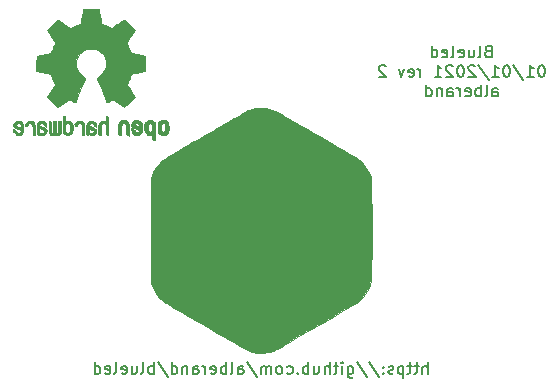
<source format=gbr>
G04 #@! TF.GenerationSoftware,KiCad,Pcbnew,5.1.9*
G04 #@! TF.CreationDate,2021-01-31T09:53:20+01:00*
G04 #@! TF.ProjectId,blueled,626c7565-6c65-4642-9e6b-696361645f70,rev?*
G04 #@! TF.SameCoordinates,Original*
G04 #@! TF.FileFunction,Legend,Bot*
G04 #@! TF.FilePolarity,Positive*
%FSLAX46Y46*%
G04 Gerber Fmt 4.6, Leading zero omitted, Abs format (unit mm)*
G04 Created by KiCad (PCBNEW 5.1.9) date 2021-01-31 09:53:20*
%MOMM*%
%LPD*%
G01*
G04 APERTURE LIST*
%ADD10C,0.150000*%
%ADD11C,0.010000*%
G04 APERTURE END LIST*
D10*
X160595238Y-96352380D02*
X160595238Y-95352380D01*
X160166666Y-96352380D02*
X160166666Y-95828571D01*
X160214285Y-95733333D01*
X160309523Y-95685714D01*
X160452380Y-95685714D01*
X160547619Y-95733333D01*
X160595238Y-95780952D01*
X159833333Y-95685714D02*
X159452380Y-95685714D01*
X159690476Y-95352380D02*
X159690476Y-96209523D01*
X159642857Y-96304761D01*
X159547619Y-96352380D01*
X159452380Y-96352380D01*
X159261904Y-95685714D02*
X158880952Y-95685714D01*
X159119047Y-95352380D02*
X159119047Y-96209523D01*
X159071428Y-96304761D01*
X158976190Y-96352380D01*
X158880952Y-96352380D01*
X158547619Y-95685714D02*
X158547619Y-96685714D01*
X158547619Y-95733333D02*
X158452380Y-95685714D01*
X158261904Y-95685714D01*
X158166666Y-95733333D01*
X158119047Y-95780952D01*
X158071428Y-95876190D01*
X158071428Y-96161904D01*
X158119047Y-96257142D01*
X158166666Y-96304761D01*
X158261904Y-96352380D01*
X158452380Y-96352380D01*
X158547619Y-96304761D01*
X157690476Y-96304761D02*
X157595238Y-96352380D01*
X157404761Y-96352380D01*
X157309523Y-96304761D01*
X157261904Y-96209523D01*
X157261904Y-96161904D01*
X157309523Y-96066666D01*
X157404761Y-96019047D01*
X157547619Y-96019047D01*
X157642857Y-95971428D01*
X157690476Y-95876190D01*
X157690476Y-95828571D01*
X157642857Y-95733333D01*
X157547619Y-95685714D01*
X157404761Y-95685714D01*
X157309523Y-95733333D01*
X156833333Y-96257142D02*
X156785714Y-96304761D01*
X156833333Y-96352380D01*
X156880952Y-96304761D01*
X156833333Y-96257142D01*
X156833333Y-96352380D01*
X156833333Y-95733333D02*
X156785714Y-95780952D01*
X156833333Y-95828571D01*
X156880952Y-95780952D01*
X156833333Y-95733333D01*
X156833333Y-95828571D01*
X155642857Y-95304761D02*
X156500000Y-96590476D01*
X154595238Y-95304761D02*
X155452380Y-96590476D01*
X153833333Y-95685714D02*
X153833333Y-96495238D01*
X153880952Y-96590476D01*
X153928571Y-96638095D01*
X154023809Y-96685714D01*
X154166666Y-96685714D01*
X154261904Y-96638095D01*
X153833333Y-96304761D02*
X153928571Y-96352380D01*
X154119047Y-96352380D01*
X154214285Y-96304761D01*
X154261904Y-96257142D01*
X154309523Y-96161904D01*
X154309523Y-95876190D01*
X154261904Y-95780952D01*
X154214285Y-95733333D01*
X154119047Y-95685714D01*
X153928571Y-95685714D01*
X153833333Y-95733333D01*
X153357142Y-96352380D02*
X153357142Y-95685714D01*
X153357142Y-95352380D02*
X153404761Y-95400000D01*
X153357142Y-95447619D01*
X153309523Y-95400000D01*
X153357142Y-95352380D01*
X153357142Y-95447619D01*
X153023809Y-95685714D02*
X152642857Y-95685714D01*
X152880952Y-95352380D02*
X152880952Y-96209523D01*
X152833333Y-96304761D01*
X152738095Y-96352380D01*
X152642857Y-96352380D01*
X152309523Y-96352380D02*
X152309523Y-95352380D01*
X151880952Y-96352380D02*
X151880952Y-95828571D01*
X151928571Y-95733333D01*
X152023809Y-95685714D01*
X152166666Y-95685714D01*
X152261904Y-95733333D01*
X152309523Y-95780952D01*
X150976190Y-95685714D02*
X150976190Y-96352380D01*
X151404761Y-95685714D02*
X151404761Y-96209523D01*
X151357142Y-96304761D01*
X151261904Y-96352380D01*
X151119047Y-96352380D01*
X151023809Y-96304761D01*
X150976190Y-96257142D01*
X150500000Y-96352380D02*
X150500000Y-95352380D01*
X150500000Y-95733333D02*
X150404761Y-95685714D01*
X150214285Y-95685714D01*
X150119047Y-95733333D01*
X150071428Y-95780952D01*
X150023809Y-95876190D01*
X150023809Y-96161904D01*
X150071428Y-96257142D01*
X150119047Y-96304761D01*
X150214285Y-96352380D01*
X150404761Y-96352380D01*
X150500000Y-96304761D01*
X149595238Y-96257142D02*
X149547619Y-96304761D01*
X149595238Y-96352380D01*
X149642857Y-96304761D01*
X149595238Y-96257142D01*
X149595238Y-96352380D01*
X148690476Y-96304761D02*
X148785714Y-96352380D01*
X148976190Y-96352380D01*
X149071428Y-96304761D01*
X149119047Y-96257142D01*
X149166666Y-96161904D01*
X149166666Y-95876190D01*
X149119047Y-95780952D01*
X149071428Y-95733333D01*
X148976190Y-95685714D01*
X148785714Y-95685714D01*
X148690476Y-95733333D01*
X148119047Y-96352380D02*
X148214285Y-96304761D01*
X148261904Y-96257142D01*
X148309523Y-96161904D01*
X148309523Y-95876190D01*
X148261904Y-95780952D01*
X148214285Y-95733333D01*
X148119047Y-95685714D01*
X147976190Y-95685714D01*
X147880952Y-95733333D01*
X147833333Y-95780952D01*
X147785714Y-95876190D01*
X147785714Y-96161904D01*
X147833333Y-96257142D01*
X147880952Y-96304761D01*
X147976190Y-96352380D01*
X148119047Y-96352380D01*
X147357142Y-96352380D02*
X147357142Y-95685714D01*
X147357142Y-95780952D02*
X147309523Y-95733333D01*
X147214285Y-95685714D01*
X147071428Y-95685714D01*
X146976190Y-95733333D01*
X146928571Y-95828571D01*
X146928571Y-96352380D01*
X146928571Y-95828571D02*
X146880952Y-95733333D01*
X146785714Y-95685714D01*
X146642857Y-95685714D01*
X146547619Y-95733333D01*
X146500000Y-95828571D01*
X146500000Y-96352380D01*
X145309523Y-95304761D02*
X146166666Y-96590476D01*
X144547619Y-96352380D02*
X144547619Y-95828571D01*
X144595238Y-95733333D01*
X144690476Y-95685714D01*
X144880952Y-95685714D01*
X144976190Y-95733333D01*
X144547619Y-96304761D02*
X144642857Y-96352380D01*
X144880952Y-96352380D01*
X144976190Y-96304761D01*
X145023809Y-96209523D01*
X145023809Y-96114285D01*
X144976190Y-96019047D01*
X144880952Y-95971428D01*
X144642857Y-95971428D01*
X144547619Y-95923809D01*
X143928571Y-96352380D02*
X144023809Y-96304761D01*
X144071428Y-96209523D01*
X144071428Y-95352380D01*
X143547619Y-96352380D02*
X143547619Y-95352380D01*
X143547619Y-95733333D02*
X143452380Y-95685714D01*
X143261904Y-95685714D01*
X143166666Y-95733333D01*
X143119047Y-95780952D01*
X143071428Y-95876190D01*
X143071428Y-96161904D01*
X143119047Y-96257142D01*
X143166666Y-96304761D01*
X143261904Y-96352380D01*
X143452380Y-96352380D01*
X143547619Y-96304761D01*
X142261904Y-96304761D02*
X142357142Y-96352380D01*
X142547619Y-96352380D01*
X142642857Y-96304761D01*
X142690476Y-96209523D01*
X142690476Y-95828571D01*
X142642857Y-95733333D01*
X142547619Y-95685714D01*
X142357142Y-95685714D01*
X142261904Y-95733333D01*
X142214285Y-95828571D01*
X142214285Y-95923809D01*
X142690476Y-96019047D01*
X141785714Y-96352380D02*
X141785714Y-95685714D01*
X141785714Y-95876190D02*
X141738095Y-95780952D01*
X141690476Y-95733333D01*
X141595238Y-95685714D01*
X141500000Y-95685714D01*
X140738095Y-96352380D02*
X140738095Y-95828571D01*
X140785714Y-95733333D01*
X140880952Y-95685714D01*
X141071428Y-95685714D01*
X141166666Y-95733333D01*
X140738095Y-96304761D02*
X140833333Y-96352380D01*
X141071428Y-96352380D01*
X141166666Y-96304761D01*
X141214285Y-96209523D01*
X141214285Y-96114285D01*
X141166666Y-96019047D01*
X141071428Y-95971428D01*
X140833333Y-95971428D01*
X140738095Y-95923809D01*
X140261904Y-95685714D02*
X140261904Y-96352380D01*
X140261904Y-95780952D02*
X140214285Y-95733333D01*
X140119047Y-95685714D01*
X139976190Y-95685714D01*
X139880952Y-95733333D01*
X139833333Y-95828571D01*
X139833333Y-96352380D01*
X138928571Y-96352380D02*
X138928571Y-95352380D01*
X138928571Y-96304761D02*
X139023809Y-96352380D01*
X139214285Y-96352380D01*
X139309523Y-96304761D01*
X139357142Y-96257142D01*
X139404761Y-96161904D01*
X139404761Y-95876190D01*
X139357142Y-95780952D01*
X139309523Y-95733333D01*
X139214285Y-95685714D01*
X139023809Y-95685714D01*
X138928571Y-95733333D01*
X137738095Y-95304761D02*
X138595238Y-96590476D01*
X137404761Y-96352380D02*
X137404761Y-95352380D01*
X137404761Y-95733333D02*
X137309523Y-95685714D01*
X137119047Y-95685714D01*
X137023809Y-95733333D01*
X136976190Y-95780952D01*
X136928571Y-95876190D01*
X136928571Y-96161904D01*
X136976190Y-96257142D01*
X137023809Y-96304761D01*
X137119047Y-96352380D01*
X137309523Y-96352380D01*
X137404761Y-96304761D01*
X136357142Y-96352380D02*
X136452380Y-96304761D01*
X136500000Y-96209523D01*
X136500000Y-95352380D01*
X135547619Y-95685714D02*
X135547619Y-96352380D01*
X135976190Y-95685714D02*
X135976190Y-96209523D01*
X135928571Y-96304761D01*
X135833333Y-96352380D01*
X135690476Y-96352380D01*
X135595238Y-96304761D01*
X135547619Y-96257142D01*
X134690476Y-96304761D02*
X134785714Y-96352380D01*
X134976190Y-96352380D01*
X135071428Y-96304761D01*
X135119047Y-96209523D01*
X135119047Y-95828571D01*
X135071428Y-95733333D01*
X134976190Y-95685714D01*
X134785714Y-95685714D01*
X134690476Y-95733333D01*
X134642857Y-95828571D01*
X134642857Y-95923809D01*
X135119047Y-96019047D01*
X134071428Y-96352380D02*
X134166666Y-96304761D01*
X134214285Y-96209523D01*
X134214285Y-95352380D01*
X133309523Y-96304761D02*
X133404761Y-96352380D01*
X133595238Y-96352380D01*
X133690476Y-96304761D01*
X133738095Y-96209523D01*
X133738095Y-95828571D01*
X133690476Y-95733333D01*
X133595238Y-95685714D01*
X133404761Y-95685714D01*
X133309523Y-95733333D01*
X133261904Y-95828571D01*
X133261904Y-95923809D01*
X133738095Y-96019047D01*
X132404761Y-96352380D02*
X132404761Y-95352380D01*
X132404761Y-96304761D02*
X132500000Y-96352380D01*
X132690476Y-96352380D01*
X132785714Y-96304761D01*
X132833333Y-96257142D01*
X132880952Y-96161904D01*
X132880952Y-95876190D01*
X132833333Y-95780952D01*
X132785714Y-95733333D01*
X132690476Y-95685714D01*
X132500000Y-95685714D01*
X132404761Y-95733333D01*
X165714285Y-69028571D02*
X165571428Y-69076190D01*
X165523809Y-69123809D01*
X165476190Y-69219047D01*
X165476190Y-69361904D01*
X165523809Y-69457142D01*
X165571428Y-69504761D01*
X165666666Y-69552380D01*
X166047619Y-69552380D01*
X166047619Y-68552380D01*
X165714285Y-68552380D01*
X165619047Y-68600000D01*
X165571428Y-68647619D01*
X165523809Y-68742857D01*
X165523809Y-68838095D01*
X165571428Y-68933333D01*
X165619047Y-68980952D01*
X165714285Y-69028571D01*
X166047619Y-69028571D01*
X164904761Y-69552380D02*
X165000000Y-69504761D01*
X165047619Y-69409523D01*
X165047619Y-68552380D01*
X164095238Y-68885714D02*
X164095238Y-69552380D01*
X164523809Y-68885714D02*
X164523809Y-69409523D01*
X164476190Y-69504761D01*
X164380952Y-69552380D01*
X164238095Y-69552380D01*
X164142857Y-69504761D01*
X164095238Y-69457142D01*
X163238095Y-69504761D02*
X163333333Y-69552380D01*
X163523809Y-69552380D01*
X163619047Y-69504761D01*
X163666666Y-69409523D01*
X163666666Y-69028571D01*
X163619047Y-68933333D01*
X163523809Y-68885714D01*
X163333333Y-68885714D01*
X163238095Y-68933333D01*
X163190476Y-69028571D01*
X163190476Y-69123809D01*
X163666666Y-69219047D01*
X162619047Y-69552380D02*
X162714285Y-69504761D01*
X162761904Y-69409523D01*
X162761904Y-68552380D01*
X161857142Y-69504761D02*
X161952380Y-69552380D01*
X162142857Y-69552380D01*
X162238095Y-69504761D01*
X162285714Y-69409523D01*
X162285714Y-69028571D01*
X162238095Y-68933333D01*
X162142857Y-68885714D01*
X161952380Y-68885714D01*
X161857142Y-68933333D01*
X161809523Y-69028571D01*
X161809523Y-69123809D01*
X162285714Y-69219047D01*
X160952380Y-69552380D02*
X160952380Y-68552380D01*
X160952380Y-69504761D02*
X161047619Y-69552380D01*
X161238095Y-69552380D01*
X161333333Y-69504761D01*
X161380952Y-69457142D01*
X161428571Y-69361904D01*
X161428571Y-69076190D01*
X161380952Y-68980952D01*
X161333333Y-68933333D01*
X161238095Y-68885714D01*
X161047619Y-68885714D01*
X160952380Y-68933333D01*
X170285714Y-70202380D02*
X170190476Y-70202380D01*
X170095238Y-70250000D01*
X170047619Y-70297619D01*
X170000000Y-70392857D01*
X169952380Y-70583333D01*
X169952380Y-70821428D01*
X170000000Y-71011904D01*
X170047619Y-71107142D01*
X170095238Y-71154761D01*
X170190476Y-71202380D01*
X170285714Y-71202380D01*
X170380952Y-71154761D01*
X170428571Y-71107142D01*
X170476190Y-71011904D01*
X170523809Y-70821428D01*
X170523809Y-70583333D01*
X170476190Y-70392857D01*
X170428571Y-70297619D01*
X170380952Y-70250000D01*
X170285714Y-70202380D01*
X169000000Y-71202380D02*
X169571428Y-71202380D01*
X169285714Y-71202380D02*
X169285714Y-70202380D01*
X169380952Y-70345238D01*
X169476190Y-70440476D01*
X169571428Y-70488095D01*
X167857142Y-70154761D02*
X168714285Y-71440476D01*
X167333333Y-70202380D02*
X167238095Y-70202380D01*
X167142857Y-70250000D01*
X167095238Y-70297619D01*
X167047619Y-70392857D01*
X167000000Y-70583333D01*
X167000000Y-70821428D01*
X167047619Y-71011904D01*
X167095238Y-71107142D01*
X167142857Y-71154761D01*
X167238095Y-71202380D01*
X167333333Y-71202380D01*
X167428571Y-71154761D01*
X167476190Y-71107142D01*
X167523809Y-71011904D01*
X167571428Y-70821428D01*
X167571428Y-70583333D01*
X167523809Y-70392857D01*
X167476190Y-70297619D01*
X167428571Y-70250000D01*
X167333333Y-70202380D01*
X166047619Y-71202380D02*
X166619047Y-71202380D01*
X166333333Y-71202380D02*
X166333333Y-70202380D01*
X166428571Y-70345238D01*
X166523809Y-70440476D01*
X166619047Y-70488095D01*
X164904761Y-70154761D02*
X165761904Y-71440476D01*
X164619047Y-70297619D02*
X164571428Y-70250000D01*
X164476190Y-70202380D01*
X164238095Y-70202380D01*
X164142857Y-70250000D01*
X164095238Y-70297619D01*
X164047619Y-70392857D01*
X164047619Y-70488095D01*
X164095238Y-70630952D01*
X164666666Y-71202380D01*
X164047619Y-71202380D01*
X163428571Y-70202380D02*
X163333333Y-70202380D01*
X163238095Y-70250000D01*
X163190476Y-70297619D01*
X163142857Y-70392857D01*
X163095238Y-70583333D01*
X163095238Y-70821428D01*
X163142857Y-71011904D01*
X163190476Y-71107142D01*
X163238095Y-71154761D01*
X163333333Y-71202380D01*
X163428571Y-71202380D01*
X163523809Y-71154761D01*
X163571428Y-71107142D01*
X163619047Y-71011904D01*
X163666666Y-70821428D01*
X163666666Y-70583333D01*
X163619047Y-70392857D01*
X163571428Y-70297619D01*
X163523809Y-70250000D01*
X163428571Y-70202380D01*
X162714285Y-70297619D02*
X162666666Y-70250000D01*
X162571428Y-70202380D01*
X162333333Y-70202380D01*
X162238095Y-70250000D01*
X162190476Y-70297619D01*
X162142857Y-70392857D01*
X162142857Y-70488095D01*
X162190476Y-70630952D01*
X162761904Y-71202380D01*
X162142857Y-71202380D01*
X161190476Y-71202380D02*
X161761904Y-71202380D01*
X161476190Y-71202380D02*
X161476190Y-70202380D01*
X161571428Y-70345238D01*
X161666666Y-70440476D01*
X161761904Y-70488095D01*
X160000000Y-71202380D02*
X160000000Y-70535714D01*
X160000000Y-70726190D02*
X159952380Y-70630952D01*
X159904761Y-70583333D01*
X159809523Y-70535714D01*
X159714285Y-70535714D01*
X159000000Y-71154761D02*
X159095238Y-71202380D01*
X159285714Y-71202380D01*
X159380952Y-71154761D01*
X159428571Y-71059523D01*
X159428571Y-70678571D01*
X159380952Y-70583333D01*
X159285714Y-70535714D01*
X159095238Y-70535714D01*
X159000000Y-70583333D01*
X158952380Y-70678571D01*
X158952380Y-70773809D01*
X159428571Y-70869047D01*
X158619047Y-70535714D02*
X158380952Y-71202380D01*
X158142857Y-70535714D01*
X157047619Y-70297619D02*
X157000000Y-70250000D01*
X156904761Y-70202380D01*
X156666666Y-70202380D01*
X156571428Y-70250000D01*
X156523809Y-70297619D01*
X156476190Y-70392857D01*
X156476190Y-70488095D01*
X156523809Y-70630952D01*
X157095238Y-71202380D01*
X156476190Y-71202380D01*
X166095238Y-72852380D02*
X166095238Y-72328571D01*
X166142857Y-72233333D01*
X166238095Y-72185714D01*
X166428571Y-72185714D01*
X166523809Y-72233333D01*
X166095238Y-72804761D02*
X166190476Y-72852380D01*
X166428571Y-72852380D01*
X166523809Y-72804761D01*
X166571428Y-72709523D01*
X166571428Y-72614285D01*
X166523809Y-72519047D01*
X166428571Y-72471428D01*
X166190476Y-72471428D01*
X166095238Y-72423809D01*
X165476190Y-72852380D02*
X165571428Y-72804761D01*
X165619047Y-72709523D01*
X165619047Y-71852380D01*
X165095238Y-72852380D02*
X165095238Y-71852380D01*
X165095238Y-72233333D02*
X165000000Y-72185714D01*
X164809523Y-72185714D01*
X164714285Y-72233333D01*
X164666666Y-72280952D01*
X164619047Y-72376190D01*
X164619047Y-72661904D01*
X164666666Y-72757142D01*
X164714285Y-72804761D01*
X164809523Y-72852380D01*
X165000000Y-72852380D01*
X165095238Y-72804761D01*
X163809523Y-72804761D02*
X163904761Y-72852380D01*
X164095238Y-72852380D01*
X164190476Y-72804761D01*
X164238095Y-72709523D01*
X164238095Y-72328571D01*
X164190476Y-72233333D01*
X164095238Y-72185714D01*
X163904761Y-72185714D01*
X163809523Y-72233333D01*
X163761904Y-72328571D01*
X163761904Y-72423809D01*
X164238095Y-72519047D01*
X163333333Y-72852380D02*
X163333333Y-72185714D01*
X163333333Y-72376190D02*
X163285714Y-72280952D01*
X163238095Y-72233333D01*
X163142857Y-72185714D01*
X163047619Y-72185714D01*
X162285714Y-72852380D02*
X162285714Y-72328571D01*
X162333333Y-72233333D01*
X162428571Y-72185714D01*
X162619047Y-72185714D01*
X162714285Y-72233333D01*
X162285714Y-72804761D02*
X162380952Y-72852380D01*
X162619047Y-72852380D01*
X162714285Y-72804761D01*
X162761904Y-72709523D01*
X162761904Y-72614285D01*
X162714285Y-72519047D01*
X162619047Y-72471428D01*
X162380952Y-72471428D01*
X162285714Y-72423809D01*
X161809523Y-72185714D02*
X161809523Y-72852380D01*
X161809523Y-72280952D02*
X161761904Y-72233333D01*
X161666666Y-72185714D01*
X161523809Y-72185714D01*
X161428571Y-72233333D01*
X161380952Y-72328571D01*
X161380952Y-72852380D01*
X160476190Y-72852380D02*
X160476190Y-71852380D01*
X160476190Y-72804761D02*
X160571428Y-72852380D01*
X160761904Y-72852380D01*
X160857142Y-72804761D01*
X160904761Y-72757142D01*
X160952380Y-72661904D01*
X160952380Y-72376190D01*
X160904761Y-72280952D01*
X160857142Y-72233333D01*
X160761904Y-72185714D01*
X160571428Y-72185714D01*
X160476190Y-72233333D01*
D11*
G36*
X146663190Y-73837760D02*
G01*
X146942894Y-73864725D01*
X147211120Y-73914709D01*
X147459199Y-73986488D01*
X147678461Y-74078835D01*
X147682714Y-74080997D01*
X147710335Y-74096307D01*
X147772761Y-74131731D01*
X147868142Y-74186204D01*
X147994628Y-74258660D01*
X148150368Y-74348036D01*
X148333514Y-74453265D01*
X148542215Y-74573284D01*
X148774621Y-74707027D01*
X149028882Y-74853430D01*
X149303148Y-75011426D01*
X149595570Y-75179953D01*
X149904296Y-75357944D01*
X150227478Y-75544335D01*
X150563265Y-75738061D01*
X150909808Y-75938057D01*
X151235785Y-76126242D01*
X151721744Y-76407000D01*
X152171235Y-76667053D01*
X152584600Y-76906604D01*
X152962181Y-77125852D01*
X153304321Y-77325000D01*
X153611363Y-77504248D01*
X153883649Y-77663798D01*
X154121522Y-77803851D01*
X154325324Y-77924608D01*
X154495399Y-78026270D01*
X154632088Y-78109039D01*
X154735734Y-78173116D01*
X154806679Y-78218701D01*
X154845268Y-78245996D01*
X154845773Y-78246407D01*
X155046736Y-78433723D01*
X155235675Y-78654671D01*
X155407879Y-78901189D01*
X155558639Y-79165211D01*
X155683245Y-79438673D01*
X155776988Y-79713512D01*
X155825773Y-79924334D01*
X155829438Y-79966183D01*
X155832876Y-80047826D01*
X155836088Y-80166725D01*
X155839073Y-80320340D01*
X155841831Y-80506134D01*
X155844363Y-80721566D01*
X155846668Y-80964100D01*
X155848747Y-81231196D01*
X155850599Y-81520315D01*
X155852225Y-81828919D01*
X155853624Y-82154469D01*
X155854796Y-82494427D01*
X155855742Y-82846253D01*
X155856462Y-83207410D01*
X155856955Y-83575358D01*
X155857221Y-83947558D01*
X155857261Y-84321473D01*
X155857074Y-84694564D01*
X155856660Y-85064291D01*
X155856020Y-85428116D01*
X155855154Y-85783501D01*
X155854061Y-86127907D01*
X155852741Y-86458795D01*
X155851195Y-86773626D01*
X155849422Y-87069863D01*
X155847423Y-87344965D01*
X155845197Y-87596395D01*
X155842744Y-87821614D01*
X155840065Y-88018084D01*
X155837159Y-88183264D01*
X155834027Y-88314618D01*
X155830668Y-88409606D01*
X155827083Y-88465689D01*
X155825773Y-88475667D01*
X155753283Y-88770587D01*
X155643693Y-89063567D01*
X155501091Y-89348120D01*
X155329563Y-89617763D01*
X155133198Y-89866010D01*
X154916082Y-90086376D01*
X154702083Y-90258517D01*
X154674240Y-90275871D01*
X154611929Y-90313076D01*
X154517367Y-90368851D01*
X154392767Y-90441917D01*
X154240345Y-90530991D01*
X154062316Y-90634794D01*
X153860894Y-90752045D01*
X153638295Y-90881463D01*
X153396733Y-91021767D01*
X153138423Y-91171676D01*
X152865580Y-91329911D01*
X152580419Y-91495190D01*
X152285155Y-91666232D01*
X151982002Y-91841757D01*
X151673176Y-92020484D01*
X151360891Y-92201132D01*
X151047362Y-92382421D01*
X150734805Y-92563070D01*
X150425433Y-92741798D01*
X150121463Y-92917325D01*
X149825108Y-93088369D01*
X149538584Y-93253651D01*
X149264105Y-93411889D01*
X149003887Y-93561803D01*
X148760144Y-93702112D01*
X148535091Y-93831535D01*
X148330943Y-93948791D01*
X148149915Y-94052601D01*
X147994222Y-94141683D01*
X147866079Y-94214756D01*
X147767700Y-94270540D01*
X147701300Y-94307754D01*
X147670068Y-94324635D01*
X147557919Y-94373738D01*
X147418997Y-94423950D01*
X147268433Y-94470367D01*
X147121357Y-94508084D01*
X147070975Y-94518828D01*
X146942834Y-94537981D01*
X146785473Y-94551710D01*
X146611691Y-94559735D01*
X146434288Y-94561773D01*
X146266062Y-94557542D01*
X146119814Y-94546760D01*
X146072237Y-94540826D01*
X145893641Y-94507938D01*
X145706423Y-94461009D01*
X145528198Y-94404945D01*
X145391028Y-94351167D01*
X145360348Y-94335108D01*
X145295263Y-94299088D01*
X145197988Y-94244385D01*
X145070739Y-94172279D01*
X144915730Y-94084046D01*
X144735176Y-93980967D01*
X144531292Y-93864318D01*
X144306294Y-93735380D01*
X144062396Y-93595429D01*
X143801812Y-93445745D01*
X143526759Y-93287606D01*
X143239451Y-93122290D01*
X142942103Y-92951077D01*
X142636930Y-92775243D01*
X142326148Y-92596068D01*
X142011970Y-92414831D01*
X141696612Y-92232809D01*
X141382289Y-92051281D01*
X141071216Y-91871525D01*
X140765607Y-91694821D01*
X140467679Y-91522446D01*
X140179645Y-91355678D01*
X139903722Y-91195797D01*
X139642123Y-91044081D01*
X139397063Y-90901807D01*
X139170759Y-90770256D01*
X138965424Y-90650704D01*
X138783274Y-90544431D01*
X138626524Y-90452714D01*
X138497388Y-90376833D01*
X138398082Y-90318066D01*
X138330820Y-90277691D01*
X138298963Y-90257767D01*
X138088800Y-90093631D01*
X137889659Y-89894114D01*
X137705623Y-89665595D01*
X137540775Y-89414453D01*
X137399199Y-89147068D01*
X137284978Y-88869819D01*
X137202197Y-88589085D01*
X137187293Y-88521074D01*
X137182169Y-88495300D01*
X137177469Y-88469179D01*
X137173176Y-88440866D01*
X137169270Y-88408516D01*
X137165733Y-88370282D01*
X137162548Y-88324321D01*
X137159696Y-88268785D01*
X137157158Y-88201830D01*
X137154916Y-88121611D01*
X137152951Y-88026281D01*
X137151246Y-87913995D01*
X137149782Y-87782909D01*
X137148541Y-87631175D01*
X137147504Y-87456950D01*
X137146653Y-87258387D01*
X137145969Y-87033641D01*
X137145435Y-86780867D01*
X137145031Y-86498219D01*
X137144741Y-86183852D01*
X137144544Y-85835920D01*
X137144424Y-85452577D01*
X137144360Y-85031979D01*
X137144336Y-84572280D01*
X137144333Y-84200000D01*
X137144340Y-83709654D01*
X137144374Y-83259796D01*
X137144451Y-82848582D01*
X137144592Y-82474166D01*
X137144814Y-82134704D01*
X137145134Y-81828350D01*
X137145573Y-81553260D01*
X137146146Y-81307589D01*
X137146874Y-81089492D01*
X137147774Y-80897124D01*
X137148864Y-80728640D01*
X137150162Y-80582194D01*
X137151687Y-80455943D01*
X137153458Y-80348041D01*
X137155491Y-80256644D01*
X137157806Y-80179905D01*
X137160420Y-80115981D01*
X137163352Y-80063027D01*
X137166620Y-80019197D01*
X137170243Y-79982646D01*
X137174238Y-79951530D01*
X137178624Y-79924004D01*
X137183419Y-79898223D01*
X137186997Y-79880379D01*
X137267863Y-79577971D01*
X137384508Y-79280103D01*
X137532854Y-78993706D01*
X137708826Y-78725713D01*
X137908348Y-78483055D01*
X138127344Y-78272662D01*
X138137406Y-78264218D01*
X138166195Y-78242147D01*
X138209209Y-78212313D01*
X138267811Y-78173913D01*
X138343366Y-78126143D01*
X138437237Y-78068202D01*
X138550787Y-77999285D01*
X138685379Y-77918589D01*
X138842376Y-77825310D01*
X139023142Y-77718647D01*
X139229041Y-77597795D01*
X139461435Y-77461950D01*
X139721688Y-77310311D01*
X140011164Y-77142074D01*
X140331225Y-76956434D01*
X140683235Y-76752590D01*
X141068558Y-76529738D01*
X141488556Y-76287074D01*
X141718869Y-76154087D01*
X142071959Y-75950262D01*
X142416327Y-75751505D01*
X142750084Y-75558907D01*
X143071342Y-75373554D01*
X143378213Y-75196536D01*
X143668808Y-75028940D01*
X143941240Y-74871856D01*
X144193620Y-74726370D01*
X144424060Y-74593572D01*
X144630672Y-74474550D01*
X144811568Y-74370392D01*
X144964860Y-74282187D01*
X145088660Y-74211022D01*
X145181078Y-74157986D01*
X145240228Y-74124168D01*
X145262267Y-74111714D01*
X145407151Y-74043242D01*
X145581803Y-73979174D01*
X145773664Y-73923296D01*
X145970174Y-73879398D01*
X146104023Y-73857793D01*
X146380676Y-73835041D01*
X146663190Y-73837760D01*
G37*
X146663190Y-73837760D02*
X146942894Y-73864725D01*
X147211120Y-73914709D01*
X147459199Y-73986488D01*
X147678461Y-74078835D01*
X147682714Y-74080997D01*
X147710335Y-74096307D01*
X147772761Y-74131731D01*
X147868142Y-74186204D01*
X147994628Y-74258660D01*
X148150368Y-74348036D01*
X148333514Y-74453265D01*
X148542215Y-74573284D01*
X148774621Y-74707027D01*
X149028882Y-74853430D01*
X149303148Y-75011426D01*
X149595570Y-75179953D01*
X149904296Y-75357944D01*
X150227478Y-75544335D01*
X150563265Y-75738061D01*
X150909808Y-75938057D01*
X151235785Y-76126242D01*
X151721744Y-76407000D01*
X152171235Y-76667053D01*
X152584600Y-76906604D01*
X152962181Y-77125852D01*
X153304321Y-77325000D01*
X153611363Y-77504248D01*
X153883649Y-77663798D01*
X154121522Y-77803851D01*
X154325324Y-77924608D01*
X154495399Y-78026270D01*
X154632088Y-78109039D01*
X154735734Y-78173116D01*
X154806679Y-78218701D01*
X154845268Y-78245996D01*
X154845773Y-78246407D01*
X155046736Y-78433723D01*
X155235675Y-78654671D01*
X155407879Y-78901189D01*
X155558639Y-79165211D01*
X155683245Y-79438673D01*
X155776988Y-79713512D01*
X155825773Y-79924334D01*
X155829438Y-79966183D01*
X155832876Y-80047826D01*
X155836088Y-80166725D01*
X155839073Y-80320340D01*
X155841831Y-80506134D01*
X155844363Y-80721566D01*
X155846668Y-80964100D01*
X155848747Y-81231196D01*
X155850599Y-81520315D01*
X155852225Y-81828919D01*
X155853624Y-82154469D01*
X155854796Y-82494427D01*
X155855742Y-82846253D01*
X155856462Y-83207410D01*
X155856955Y-83575358D01*
X155857221Y-83947558D01*
X155857261Y-84321473D01*
X155857074Y-84694564D01*
X155856660Y-85064291D01*
X155856020Y-85428116D01*
X155855154Y-85783501D01*
X155854061Y-86127907D01*
X155852741Y-86458795D01*
X155851195Y-86773626D01*
X155849422Y-87069863D01*
X155847423Y-87344965D01*
X155845197Y-87596395D01*
X155842744Y-87821614D01*
X155840065Y-88018084D01*
X155837159Y-88183264D01*
X155834027Y-88314618D01*
X155830668Y-88409606D01*
X155827083Y-88465689D01*
X155825773Y-88475667D01*
X155753283Y-88770587D01*
X155643693Y-89063567D01*
X155501091Y-89348120D01*
X155329563Y-89617763D01*
X155133198Y-89866010D01*
X154916082Y-90086376D01*
X154702083Y-90258517D01*
X154674240Y-90275871D01*
X154611929Y-90313076D01*
X154517367Y-90368851D01*
X154392767Y-90441917D01*
X154240345Y-90530991D01*
X154062316Y-90634794D01*
X153860894Y-90752045D01*
X153638295Y-90881463D01*
X153396733Y-91021767D01*
X153138423Y-91171676D01*
X152865580Y-91329911D01*
X152580419Y-91495190D01*
X152285155Y-91666232D01*
X151982002Y-91841757D01*
X151673176Y-92020484D01*
X151360891Y-92201132D01*
X151047362Y-92382421D01*
X150734805Y-92563070D01*
X150425433Y-92741798D01*
X150121463Y-92917325D01*
X149825108Y-93088369D01*
X149538584Y-93253651D01*
X149264105Y-93411889D01*
X149003887Y-93561803D01*
X148760144Y-93702112D01*
X148535091Y-93831535D01*
X148330943Y-93948791D01*
X148149915Y-94052601D01*
X147994222Y-94141683D01*
X147866079Y-94214756D01*
X147767700Y-94270540D01*
X147701300Y-94307754D01*
X147670068Y-94324635D01*
X147557919Y-94373738D01*
X147418997Y-94423950D01*
X147268433Y-94470367D01*
X147121357Y-94508084D01*
X147070975Y-94518828D01*
X146942834Y-94537981D01*
X146785473Y-94551710D01*
X146611691Y-94559735D01*
X146434288Y-94561773D01*
X146266062Y-94557542D01*
X146119814Y-94546760D01*
X146072237Y-94540826D01*
X145893641Y-94507938D01*
X145706423Y-94461009D01*
X145528198Y-94404945D01*
X145391028Y-94351167D01*
X145360348Y-94335108D01*
X145295263Y-94299088D01*
X145197988Y-94244385D01*
X145070739Y-94172279D01*
X144915730Y-94084046D01*
X144735176Y-93980967D01*
X144531292Y-93864318D01*
X144306294Y-93735380D01*
X144062396Y-93595429D01*
X143801812Y-93445745D01*
X143526759Y-93287606D01*
X143239451Y-93122290D01*
X142942103Y-92951077D01*
X142636930Y-92775243D01*
X142326148Y-92596068D01*
X142011970Y-92414831D01*
X141696612Y-92232809D01*
X141382289Y-92051281D01*
X141071216Y-91871525D01*
X140765607Y-91694821D01*
X140467679Y-91522446D01*
X140179645Y-91355678D01*
X139903722Y-91195797D01*
X139642123Y-91044081D01*
X139397063Y-90901807D01*
X139170759Y-90770256D01*
X138965424Y-90650704D01*
X138783274Y-90544431D01*
X138626524Y-90452714D01*
X138497388Y-90376833D01*
X138398082Y-90318066D01*
X138330820Y-90277691D01*
X138298963Y-90257767D01*
X138088800Y-90093631D01*
X137889659Y-89894114D01*
X137705623Y-89665595D01*
X137540775Y-89414453D01*
X137399199Y-89147068D01*
X137284978Y-88869819D01*
X137202197Y-88589085D01*
X137187293Y-88521074D01*
X137182169Y-88495300D01*
X137177469Y-88469179D01*
X137173176Y-88440866D01*
X137169270Y-88408516D01*
X137165733Y-88370282D01*
X137162548Y-88324321D01*
X137159696Y-88268785D01*
X137157158Y-88201830D01*
X137154916Y-88121611D01*
X137152951Y-88026281D01*
X137151246Y-87913995D01*
X137149782Y-87782909D01*
X137148541Y-87631175D01*
X137147504Y-87456950D01*
X137146653Y-87258387D01*
X137145969Y-87033641D01*
X137145435Y-86780867D01*
X137145031Y-86498219D01*
X137144741Y-86183852D01*
X137144544Y-85835920D01*
X137144424Y-85452577D01*
X137144360Y-85031979D01*
X137144336Y-84572280D01*
X137144333Y-84200000D01*
X137144340Y-83709654D01*
X137144374Y-83259796D01*
X137144451Y-82848582D01*
X137144592Y-82474166D01*
X137144814Y-82134704D01*
X137145134Y-81828350D01*
X137145573Y-81553260D01*
X137146146Y-81307589D01*
X137146874Y-81089492D01*
X137147774Y-80897124D01*
X137148864Y-80728640D01*
X137150162Y-80582194D01*
X137151687Y-80455943D01*
X137153458Y-80348041D01*
X137155491Y-80256644D01*
X137157806Y-80179905D01*
X137160420Y-80115981D01*
X137163352Y-80063027D01*
X137166620Y-80019197D01*
X137170243Y-79982646D01*
X137174238Y-79951530D01*
X137178624Y-79924004D01*
X137183419Y-79898223D01*
X137186997Y-79880379D01*
X137267863Y-79577971D01*
X137384508Y-79280103D01*
X137532854Y-78993706D01*
X137708826Y-78725713D01*
X137908348Y-78483055D01*
X138127344Y-78272662D01*
X138137406Y-78264218D01*
X138166195Y-78242147D01*
X138209209Y-78212313D01*
X138267811Y-78173913D01*
X138343366Y-78126143D01*
X138437237Y-78068202D01*
X138550787Y-77999285D01*
X138685379Y-77918589D01*
X138842376Y-77825310D01*
X139023142Y-77718647D01*
X139229041Y-77597795D01*
X139461435Y-77461950D01*
X139721688Y-77310311D01*
X140011164Y-77142074D01*
X140331225Y-76956434D01*
X140683235Y-76752590D01*
X141068558Y-76529738D01*
X141488556Y-76287074D01*
X141718869Y-76154087D01*
X142071959Y-75950262D01*
X142416327Y-75751505D01*
X142750084Y-75558907D01*
X143071342Y-75373554D01*
X143378213Y-75196536D01*
X143668808Y-75028940D01*
X143941240Y-74871856D01*
X144193620Y-74726370D01*
X144424060Y-74593572D01*
X144630672Y-74474550D01*
X144811568Y-74370392D01*
X144964860Y-74282187D01*
X145088660Y-74211022D01*
X145181078Y-74157986D01*
X145240228Y-74124168D01*
X145262267Y-74111714D01*
X145407151Y-74043242D01*
X145581803Y-73979174D01*
X145773664Y-73923296D01*
X145970174Y-73879398D01*
X146104023Y-73857793D01*
X146380676Y-73835041D01*
X146663190Y-73837760D01*
G36*
X136928100Y-74861903D02*
G01*
X136816550Y-74917522D01*
X136718092Y-75019931D01*
X136690977Y-75057864D01*
X136661438Y-75107500D01*
X136642272Y-75161412D01*
X136631307Y-75233364D01*
X136626371Y-75337122D01*
X136625287Y-75474101D01*
X136630182Y-75661815D01*
X136647196Y-75802758D01*
X136679823Y-75907908D01*
X136731558Y-75988243D01*
X136805896Y-76054741D01*
X136811358Y-76058678D01*
X136884620Y-76098953D01*
X136972840Y-76118880D01*
X137085038Y-76123793D01*
X137267433Y-76123793D01*
X137267509Y-76300857D01*
X137269207Y-76399470D01*
X137279550Y-76457314D01*
X137306578Y-76492006D01*
X137358332Y-76521164D01*
X137370761Y-76527121D01*
X137428923Y-76555039D01*
X137473956Y-76572672D01*
X137507441Y-76574194D01*
X137530962Y-76553781D01*
X137546100Y-76505607D01*
X137554437Y-76423846D01*
X137557556Y-76302672D01*
X137557040Y-76136260D01*
X137554471Y-75918785D01*
X137553668Y-75853736D01*
X137550778Y-75629502D01*
X137548188Y-75482821D01*
X137267586Y-75482821D01*
X137266009Y-75607326D01*
X137259000Y-75688787D01*
X137243142Y-75742515D01*
X137215019Y-75783823D01*
X137195925Y-75803971D01*
X137117865Y-75862921D01*
X137048753Y-75867720D01*
X136977440Y-75819038D01*
X136975632Y-75817241D01*
X136946617Y-75779618D01*
X136928967Y-75728484D01*
X136920064Y-75649738D01*
X136917291Y-75529276D01*
X136917241Y-75502588D01*
X136923942Y-75336583D01*
X136945752Y-75221505D01*
X136985235Y-75151254D01*
X137044956Y-75119729D01*
X137079472Y-75116552D01*
X137161389Y-75131460D01*
X137217579Y-75180548D01*
X137251402Y-75270362D01*
X137266220Y-75407445D01*
X137267586Y-75482821D01*
X137548188Y-75482821D01*
X137547713Y-75455952D01*
X137543753Y-75325382D01*
X137538174Y-75230087D01*
X137530254Y-75162364D01*
X137519269Y-75114507D01*
X137504499Y-75078813D01*
X137485218Y-75047578D01*
X137476951Y-75035824D01*
X137367288Y-74924797D01*
X137228635Y-74861847D01*
X137068246Y-74844297D01*
X136928100Y-74861903D01*
G37*
X136928100Y-74861903D02*
X136816550Y-74917522D01*
X136718092Y-75019931D01*
X136690977Y-75057864D01*
X136661438Y-75107500D01*
X136642272Y-75161412D01*
X136631307Y-75233364D01*
X136626371Y-75337122D01*
X136625287Y-75474101D01*
X136630182Y-75661815D01*
X136647196Y-75802758D01*
X136679823Y-75907908D01*
X136731558Y-75988243D01*
X136805896Y-76054741D01*
X136811358Y-76058678D01*
X136884620Y-76098953D01*
X136972840Y-76118880D01*
X137085038Y-76123793D01*
X137267433Y-76123793D01*
X137267509Y-76300857D01*
X137269207Y-76399470D01*
X137279550Y-76457314D01*
X137306578Y-76492006D01*
X137358332Y-76521164D01*
X137370761Y-76527121D01*
X137428923Y-76555039D01*
X137473956Y-76572672D01*
X137507441Y-76574194D01*
X137530962Y-76553781D01*
X137546100Y-76505607D01*
X137554437Y-76423846D01*
X137557556Y-76302672D01*
X137557040Y-76136260D01*
X137554471Y-75918785D01*
X137553668Y-75853736D01*
X137550778Y-75629502D01*
X137548188Y-75482821D01*
X137267586Y-75482821D01*
X137266009Y-75607326D01*
X137259000Y-75688787D01*
X137243142Y-75742515D01*
X137215019Y-75783823D01*
X137195925Y-75803971D01*
X137117865Y-75862921D01*
X137048753Y-75867720D01*
X136977440Y-75819038D01*
X136975632Y-75817241D01*
X136946617Y-75779618D01*
X136928967Y-75728484D01*
X136920064Y-75649738D01*
X136917291Y-75529276D01*
X136917241Y-75502588D01*
X136923942Y-75336583D01*
X136945752Y-75221505D01*
X136985235Y-75151254D01*
X137044956Y-75119729D01*
X137079472Y-75116552D01*
X137161389Y-75131460D01*
X137217579Y-75180548D01*
X137251402Y-75270362D01*
X137266220Y-75407445D01*
X137267586Y-75482821D01*
X137548188Y-75482821D01*
X137547713Y-75455952D01*
X137543753Y-75325382D01*
X137538174Y-75230087D01*
X137530254Y-75162364D01*
X137519269Y-75114507D01*
X137504499Y-75078813D01*
X137485218Y-75047578D01*
X137476951Y-75035824D01*
X137367288Y-74924797D01*
X137228635Y-74861847D01*
X137068246Y-74844297D01*
X136928100Y-74861903D01*
G36*
X134682571Y-74877719D02*
G01*
X134588877Y-74931914D01*
X134523736Y-74985707D01*
X134476093Y-75042066D01*
X134443272Y-75110987D01*
X134422594Y-75202468D01*
X134411380Y-75326506D01*
X134406951Y-75493098D01*
X134406437Y-75612851D01*
X134406437Y-76053659D01*
X134530517Y-76109283D01*
X134654598Y-76164907D01*
X134669195Y-75682095D01*
X134675227Y-75501779D01*
X134681555Y-75370901D01*
X134689394Y-75280511D01*
X134699963Y-75221664D01*
X134714477Y-75185413D01*
X134734152Y-75162810D01*
X134740465Y-75157917D01*
X134836112Y-75119706D01*
X134932793Y-75134827D01*
X134990345Y-75174943D01*
X135013755Y-75203370D01*
X135029961Y-75240672D01*
X135040259Y-75297223D01*
X135045951Y-75383394D01*
X135048336Y-75509558D01*
X135048736Y-75641042D01*
X135048814Y-75805999D01*
X135051639Y-75922761D01*
X135061093Y-76001510D01*
X135081060Y-76052431D01*
X135115424Y-76085706D01*
X135168068Y-76111520D01*
X135238383Y-76138344D01*
X135315180Y-76167542D01*
X135306038Y-75649346D01*
X135302357Y-75462539D01*
X135298050Y-75324490D01*
X135291877Y-75225568D01*
X135282598Y-75156145D01*
X135268973Y-75106590D01*
X135249761Y-75067273D01*
X135226598Y-75032584D01*
X135114848Y-74921770D01*
X134978487Y-74857689D01*
X134830175Y-74842339D01*
X134682571Y-74877719D01*
G37*
X134682571Y-74877719D02*
X134588877Y-74931914D01*
X134523736Y-74985707D01*
X134476093Y-75042066D01*
X134443272Y-75110987D01*
X134422594Y-75202468D01*
X134411380Y-75326506D01*
X134406951Y-75493098D01*
X134406437Y-75612851D01*
X134406437Y-76053659D01*
X134530517Y-76109283D01*
X134654598Y-76164907D01*
X134669195Y-75682095D01*
X134675227Y-75501779D01*
X134681555Y-75370901D01*
X134689394Y-75280511D01*
X134699963Y-75221664D01*
X134714477Y-75185413D01*
X134734152Y-75162810D01*
X134740465Y-75157917D01*
X134836112Y-75119706D01*
X134932793Y-75134827D01*
X134990345Y-75174943D01*
X135013755Y-75203370D01*
X135029961Y-75240672D01*
X135040259Y-75297223D01*
X135045951Y-75383394D01*
X135048336Y-75509558D01*
X135048736Y-75641042D01*
X135048814Y-75805999D01*
X135051639Y-75922761D01*
X135061093Y-76001510D01*
X135081060Y-76052431D01*
X135115424Y-76085706D01*
X135168068Y-76111520D01*
X135238383Y-76138344D01*
X135315180Y-76167542D01*
X135306038Y-75649346D01*
X135302357Y-75462539D01*
X135298050Y-75324490D01*
X135291877Y-75225568D01*
X135282598Y-75156145D01*
X135268973Y-75106590D01*
X135249761Y-75067273D01*
X135226598Y-75032584D01*
X135114848Y-74921770D01*
X134978487Y-74857689D01*
X134830175Y-74842339D01*
X134682571Y-74877719D01*
G36*
X138051779Y-74866015D02*
G01*
X137914939Y-74937968D01*
X137813949Y-75053766D01*
X137778075Y-75128213D01*
X137750161Y-75239992D01*
X137735871Y-75381227D01*
X137734516Y-75535371D01*
X137745405Y-75685879D01*
X137767847Y-75816205D01*
X137801150Y-75909803D01*
X137811385Y-75925922D01*
X137932618Y-76046249D01*
X138076613Y-76118317D01*
X138232861Y-76139408D01*
X138390852Y-76106802D01*
X138434820Y-76087253D01*
X138520444Y-76027012D01*
X138595592Y-75947135D01*
X138602694Y-75937004D01*
X138631561Y-75888181D01*
X138650643Y-75835990D01*
X138661916Y-75767285D01*
X138667355Y-75668918D01*
X138668938Y-75527744D01*
X138668965Y-75496092D01*
X138668893Y-75486019D01*
X138377011Y-75486019D01*
X138375313Y-75619256D01*
X138368628Y-75707674D01*
X138354575Y-75764785D01*
X138330771Y-75804102D01*
X138318621Y-75817241D01*
X138248764Y-75867172D01*
X138180941Y-75864895D01*
X138112365Y-75821584D01*
X138071465Y-75775346D01*
X138047242Y-75707857D01*
X138033639Y-75601433D01*
X138032706Y-75589020D01*
X138030384Y-75396147D01*
X138054650Y-75252900D01*
X138105176Y-75160160D01*
X138181632Y-75118807D01*
X138208924Y-75116552D01*
X138280589Y-75127893D01*
X138329610Y-75167184D01*
X138359582Y-75242326D01*
X138374101Y-75361222D01*
X138377011Y-75486019D01*
X138668893Y-75486019D01*
X138667878Y-75345659D01*
X138663312Y-75240549D01*
X138653312Y-75167714D01*
X138635921Y-75114108D01*
X138609184Y-75066681D01*
X138603276Y-75057864D01*
X138503968Y-74939007D01*
X138395758Y-74870008D01*
X138264019Y-74842619D01*
X138219283Y-74841281D01*
X138051779Y-74866015D01*
G37*
X138051779Y-74866015D02*
X137914939Y-74937968D01*
X137813949Y-75053766D01*
X137778075Y-75128213D01*
X137750161Y-75239992D01*
X137735871Y-75381227D01*
X137734516Y-75535371D01*
X137745405Y-75685879D01*
X137767847Y-75816205D01*
X137801150Y-75909803D01*
X137811385Y-75925922D01*
X137932618Y-76046249D01*
X138076613Y-76118317D01*
X138232861Y-76139408D01*
X138390852Y-76106802D01*
X138434820Y-76087253D01*
X138520444Y-76027012D01*
X138595592Y-75947135D01*
X138602694Y-75937004D01*
X138631561Y-75888181D01*
X138650643Y-75835990D01*
X138661916Y-75767285D01*
X138667355Y-75668918D01*
X138668938Y-75527744D01*
X138668965Y-75496092D01*
X138668893Y-75486019D01*
X138377011Y-75486019D01*
X138375313Y-75619256D01*
X138368628Y-75707674D01*
X138354575Y-75764785D01*
X138330771Y-75804102D01*
X138318621Y-75817241D01*
X138248764Y-75867172D01*
X138180941Y-75864895D01*
X138112365Y-75821584D01*
X138071465Y-75775346D01*
X138047242Y-75707857D01*
X138033639Y-75601433D01*
X138032706Y-75589020D01*
X138030384Y-75396147D01*
X138054650Y-75252900D01*
X138105176Y-75160160D01*
X138181632Y-75118807D01*
X138208924Y-75116552D01*
X138280589Y-75127893D01*
X138329610Y-75167184D01*
X138359582Y-75242326D01*
X138374101Y-75361222D01*
X138377011Y-75486019D01*
X138668893Y-75486019D01*
X138667878Y-75345659D01*
X138663312Y-75240549D01*
X138653312Y-75167714D01*
X138635921Y-75114108D01*
X138609184Y-75066681D01*
X138603276Y-75057864D01*
X138503968Y-74939007D01*
X138395758Y-74870008D01*
X138264019Y-74842619D01*
X138219283Y-74841281D01*
X138051779Y-74866015D01*
G36*
X135784448Y-74884676D02*
G01*
X135669342Y-74962111D01*
X135580389Y-75073949D01*
X135527251Y-75216265D01*
X135516503Y-75321015D01*
X135517724Y-75364726D01*
X135527944Y-75398194D01*
X135556039Y-75428179D01*
X135610884Y-75461440D01*
X135701355Y-75504738D01*
X135836328Y-75564833D01*
X135837011Y-75565134D01*
X135961249Y-75622037D01*
X136063127Y-75672565D01*
X136132233Y-75711280D01*
X136158154Y-75732740D01*
X136158161Y-75732913D01*
X136135315Y-75779644D01*
X136081891Y-75831154D01*
X136020558Y-75868261D01*
X135989485Y-75875632D01*
X135904711Y-75850138D01*
X135831707Y-75786291D01*
X135796087Y-75716094D01*
X135761820Y-75664343D01*
X135694697Y-75605409D01*
X135615792Y-75554496D01*
X135546179Y-75526809D01*
X135531623Y-75525287D01*
X135515237Y-75550321D01*
X135514250Y-75614311D01*
X135526292Y-75700593D01*
X135548993Y-75792501D01*
X135579986Y-75873369D01*
X135581552Y-75876509D01*
X135674819Y-76006734D01*
X135795696Y-76095311D01*
X135932973Y-76138786D01*
X136075440Y-76133706D01*
X136211888Y-76076616D01*
X136217955Y-76072602D01*
X136325290Y-75975326D01*
X136395868Y-75848409D01*
X136434926Y-75681526D01*
X136440168Y-75634639D01*
X136449452Y-75413329D01*
X136438322Y-75310124D01*
X136158161Y-75310124D01*
X136154521Y-75374503D01*
X136134611Y-75393291D01*
X136084974Y-75379235D01*
X136006733Y-75346009D01*
X135919274Y-75304359D01*
X135917101Y-75303256D01*
X135842970Y-75264265D01*
X135813219Y-75238244D01*
X135820555Y-75210965D01*
X135851447Y-75175121D01*
X135930040Y-75123251D01*
X136014677Y-75119439D01*
X136090597Y-75157189D01*
X136143035Y-75230001D01*
X136158161Y-75310124D01*
X136438322Y-75310124D01*
X136430356Y-75236261D01*
X136381366Y-75095829D01*
X136313164Y-74997447D01*
X136190065Y-74898030D01*
X136054472Y-74848711D01*
X135916045Y-74845568D01*
X135784448Y-74884676D01*
G37*
X135784448Y-74884676D02*
X135669342Y-74962111D01*
X135580389Y-75073949D01*
X135527251Y-75216265D01*
X135516503Y-75321015D01*
X135517724Y-75364726D01*
X135527944Y-75398194D01*
X135556039Y-75428179D01*
X135610884Y-75461440D01*
X135701355Y-75504738D01*
X135836328Y-75564833D01*
X135837011Y-75565134D01*
X135961249Y-75622037D01*
X136063127Y-75672565D01*
X136132233Y-75711280D01*
X136158154Y-75732740D01*
X136158161Y-75732913D01*
X136135315Y-75779644D01*
X136081891Y-75831154D01*
X136020558Y-75868261D01*
X135989485Y-75875632D01*
X135904711Y-75850138D01*
X135831707Y-75786291D01*
X135796087Y-75716094D01*
X135761820Y-75664343D01*
X135694697Y-75605409D01*
X135615792Y-75554496D01*
X135546179Y-75526809D01*
X135531623Y-75525287D01*
X135515237Y-75550321D01*
X135514250Y-75614311D01*
X135526292Y-75700593D01*
X135548993Y-75792501D01*
X135579986Y-75873369D01*
X135581552Y-75876509D01*
X135674819Y-76006734D01*
X135795696Y-76095311D01*
X135932973Y-76138786D01*
X136075440Y-76133706D01*
X136211888Y-76076616D01*
X136217955Y-76072602D01*
X136325290Y-75975326D01*
X136395868Y-75848409D01*
X136434926Y-75681526D01*
X136440168Y-75634639D01*
X136449452Y-75413329D01*
X136438322Y-75310124D01*
X136158161Y-75310124D01*
X136154521Y-75374503D01*
X136134611Y-75393291D01*
X136084974Y-75379235D01*
X136006733Y-75346009D01*
X135919274Y-75304359D01*
X135917101Y-75303256D01*
X135842970Y-75264265D01*
X135813219Y-75238244D01*
X135820555Y-75210965D01*
X135851447Y-75175121D01*
X135930040Y-75123251D01*
X136014677Y-75119439D01*
X136090597Y-75157189D01*
X136143035Y-75230001D01*
X136158161Y-75310124D01*
X136438322Y-75310124D01*
X136430356Y-75236261D01*
X136381366Y-75095829D01*
X136313164Y-74997447D01*
X136190065Y-74898030D01*
X136054472Y-74848711D01*
X135916045Y-74845568D01*
X135784448Y-74884676D01*
G36*
X133355402Y-74723857D02*
G01*
X133346846Y-74843188D01*
X133337019Y-74913506D01*
X133323401Y-74944179D01*
X133303473Y-74944571D01*
X133297011Y-74940910D01*
X133211060Y-74914398D01*
X133099255Y-74915946D01*
X132985586Y-74943199D01*
X132914490Y-74978455D01*
X132841595Y-75034778D01*
X132788307Y-75098519D01*
X132751725Y-75179510D01*
X132728950Y-75287586D01*
X132717081Y-75432580D01*
X132713218Y-75624326D01*
X132713149Y-75661109D01*
X132713103Y-76074288D01*
X132805046Y-76106339D01*
X132870348Y-76128144D01*
X132906176Y-76138297D01*
X132907230Y-76138391D01*
X132910758Y-76110860D01*
X132913761Y-76034923D01*
X132916010Y-75920565D01*
X132917276Y-75777769D01*
X132917471Y-75690951D01*
X132917877Y-75519773D01*
X132919968Y-75397088D01*
X132925053Y-75313000D01*
X132934440Y-75257614D01*
X132949439Y-75221032D01*
X132971358Y-75193359D01*
X132985043Y-75180032D01*
X133079051Y-75126328D01*
X133181636Y-75122307D01*
X133274710Y-75167725D01*
X133291922Y-75184123D01*
X133317168Y-75214957D01*
X133334680Y-75251531D01*
X133345858Y-75304415D01*
X133352104Y-75384177D01*
X133354818Y-75501385D01*
X133355402Y-75662991D01*
X133355402Y-76074288D01*
X133447345Y-76106339D01*
X133512647Y-76128144D01*
X133548475Y-76138297D01*
X133549529Y-76138391D01*
X133552225Y-76110448D01*
X133554655Y-76031630D01*
X133556722Y-75909453D01*
X133558329Y-75751432D01*
X133559377Y-75565083D01*
X133559769Y-75357920D01*
X133559770Y-75348706D01*
X133559770Y-74559020D01*
X133464885Y-74518997D01*
X133370000Y-74478973D01*
X133355402Y-74723857D01*
G37*
X133355402Y-74723857D02*
X133346846Y-74843188D01*
X133337019Y-74913506D01*
X133323401Y-74944179D01*
X133303473Y-74944571D01*
X133297011Y-74940910D01*
X133211060Y-74914398D01*
X133099255Y-74915946D01*
X132985586Y-74943199D01*
X132914490Y-74978455D01*
X132841595Y-75034778D01*
X132788307Y-75098519D01*
X132751725Y-75179510D01*
X132728950Y-75287586D01*
X132717081Y-75432580D01*
X132713218Y-75624326D01*
X132713149Y-75661109D01*
X132713103Y-76074288D01*
X132805046Y-76106339D01*
X132870348Y-76128144D01*
X132906176Y-76138297D01*
X132907230Y-76138391D01*
X132910758Y-76110860D01*
X132913761Y-76034923D01*
X132916010Y-75920565D01*
X132917276Y-75777769D01*
X132917471Y-75690951D01*
X132917877Y-75519773D01*
X132919968Y-75397088D01*
X132925053Y-75313000D01*
X132934440Y-75257614D01*
X132949439Y-75221032D01*
X132971358Y-75193359D01*
X132985043Y-75180032D01*
X133079051Y-75126328D01*
X133181636Y-75122307D01*
X133274710Y-75167725D01*
X133291922Y-75184123D01*
X133317168Y-75214957D01*
X133334680Y-75251531D01*
X133345858Y-75304415D01*
X133352104Y-75384177D01*
X133354818Y-75501385D01*
X133355402Y-75662991D01*
X133355402Y-76074288D01*
X133447345Y-76106339D01*
X133512647Y-76128144D01*
X133548475Y-76138297D01*
X133549529Y-76138391D01*
X133552225Y-76110448D01*
X133554655Y-76031630D01*
X133556722Y-75909453D01*
X133558329Y-75751432D01*
X133559377Y-75565083D01*
X133559769Y-75357920D01*
X133559770Y-75348706D01*
X133559770Y-74559020D01*
X133464885Y-74518997D01*
X133370000Y-74478973D01*
X133355402Y-74723857D01*
G36*
X132020056Y-74924360D02*
G01*
X131905657Y-74966842D01*
X131904348Y-74967658D01*
X131833597Y-75019730D01*
X131781364Y-75080584D01*
X131744629Y-75159887D01*
X131720366Y-75267309D01*
X131705555Y-75412517D01*
X131697171Y-75605179D01*
X131696436Y-75632628D01*
X131685880Y-76046521D01*
X131774709Y-76092456D01*
X131838982Y-76123498D01*
X131877790Y-76138206D01*
X131879585Y-76138391D01*
X131886300Y-76111250D01*
X131891635Y-76038041D01*
X131894917Y-75931081D01*
X131895632Y-75844469D01*
X131895649Y-75704162D01*
X131902063Y-75616051D01*
X131924420Y-75574025D01*
X131972268Y-75571975D01*
X132055151Y-75603790D01*
X132180287Y-75662272D01*
X132272303Y-75710845D01*
X132319629Y-75752986D01*
X132333542Y-75798916D01*
X132333563Y-75801189D01*
X132310605Y-75880311D01*
X132242630Y-75923055D01*
X132138602Y-75929246D01*
X132063670Y-75928172D01*
X132024161Y-75949753D01*
X131999522Y-76001591D01*
X131985341Y-76067632D01*
X132005777Y-76105104D01*
X132013472Y-76110467D01*
X132085917Y-76132006D01*
X132187367Y-76135055D01*
X132291843Y-76120778D01*
X132365875Y-76094688D01*
X132468228Y-76007785D01*
X132526409Y-75886816D01*
X132537931Y-75792308D01*
X132529138Y-75707062D01*
X132497320Y-75637476D01*
X132434316Y-75575672D01*
X132331969Y-75513772D01*
X132182118Y-75443897D01*
X132172988Y-75439948D01*
X132038003Y-75377588D01*
X131954706Y-75326446D01*
X131919003Y-75280488D01*
X131926797Y-75233683D01*
X131973993Y-75179998D01*
X131988106Y-75167644D01*
X132082641Y-75119741D01*
X132180594Y-75121758D01*
X132265903Y-75168724D01*
X132322504Y-75255669D01*
X132327763Y-75272734D01*
X132378977Y-75355504D01*
X132443963Y-75395372D01*
X132537931Y-75434882D01*
X132537931Y-75332658D01*
X132509347Y-75184072D01*
X132424505Y-75047784D01*
X132380355Y-75002191D01*
X132279995Y-74943674D01*
X132152365Y-74917184D01*
X132020056Y-74924360D01*
G37*
X132020056Y-74924360D02*
X131905657Y-74966842D01*
X131904348Y-74967658D01*
X131833597Y-75019730D01*
X131781364Y-75080584D01*
X131744629Y-75159887D01*
X131720366Y-75267309D01*
X131705555Y-75412517D01*
X131697171Y-75605179D01*
X131696436Y-75632628D01*
X131685880Y-76046521D01*
X131774709Y-76092456D01*
X131838982Y-76123498D01*
X131877790Y-76138206D01*
X131879585Y-76138391D01*
X131886300Y-76111250D01*
X131891635Y-76038041D01*
X131894917Y-75931081D01*
X131895632Y-75844469D01*
X131895649Y-75704162D01*
X131902063Y-75616051D01*
X131924420Y-75574025D01*
X131972268Y-75571975D01*
X132055151Y-75603790D01*
X132180287Y-75662272D01*
X132272303Y-75710845D01*
X132319629Y-75752986D01*
X132333542Y-75798916D01*
X132333563Y-75801189D01*
X132310605Y-75880311D01*
X132242630Y-75923055D01*
X132138602Y-75929246D01*
X132063670Y-75928172D01*
X132024161Y-75949753D01*
X131999522Y-76001591D01*
X131985341Y-76067632D01*
X132005777Y-76105104D01*
X132013472Y-76110467D01*
X132085917Y-76132006D01*
X132187367Y-76135055D01*
X132291843Y-76120778D01*
X132365875Y-76094688D01*
X132468228Y-76007785D01*
X132526409Y-75886816D01*
X132537931Y-75792308D01*
X132529138Y-75707062D01*
X132497320Y-75637476D01*
X132434316Y-75575672D01*
X132331969Y-75513772D01*
X132182118Y-75443897D01*
X132172988Y-75439948D01*
X132038003Y-75377588D01*
X131954706Y-75326446D01*
X131919003Y-75280488D01*
X131926797Y-75233683D01*
X131973993Y-75179998D01*
X131988106Y-75167644D01*
X132082641Y-75119741D01*
X132180594Y-75121758D01*
X132265903Y-75168724D01*
X132322504Y-75255669D01*
X132327763Y-75272734D01*
X132378977Y-75355504D01*
X132443963Y-75395372D01*
X132537931Y-75434882D01*
X132537931Y-75332658D01*
X132509347Y-75184072D01*
X132424505Y-75047784D01*
X132380355Y-75002191D01*
X132279995Y-74943674D01*
X132152365Y-74917184D01*
X132020056Y-74924360D01*
G36*
X131034057Y-74921920D02*
G01*
X130901435Y-74970859D01*
X130793990Y-75057419D01*
X130751968Y-75118352D01*
X130706157Y-75230161D01*
X130707109Y-75311006D01*
X130755192Y-75365378D01*
X130772983Y-75374624D01*
X130849796Y-75403450D01*
X130889024Y-75396065D01*
X130902311Y-75347658D01*
X130902988Y-75320920D01*
X130927314Y-75222548D01*
X130990719Y-75153734D01*
X131078846Y-75120498D01*
X131177337Y-75128861D01*
X131257398Y-75172296D01*
X131284439Y-75197072D01*
X131303606Y-75227129D01*
X131316554Y-75272565D01*
X131324936Y-75343476D01*
X131330407Y-75449960D01*
X131334622Y-75602112D01*
X131335713Y-75650287D01*
X131339693Y-75815095D01*
X131344219Y-75931088D01*
X131351005Y-76007833D01*
X131361769Y-76054893D01*
X131378227Y-76081835D01*
X131402094Y-76098223D01*
X131417374Y-76105463D01*
X131482267Y-76130220D01*
X131520466Y-76138391D01*
X131533088Y-76111103D01*
X131540792Y-76028603D01*
X131543620Y-75889941D01*
X131541614Y-75694162D01*
X131540989Y-75663965D01*
X131536579Y-75485349D01*
X131531365Y-75354923D01*
X131523945Y-75262492D01*
X131512918Y-75197858D01*
X131496883Y-75150825D01*
X131474439Y-75111196D01*
X131462698Y-75094215D01*
X131395381Y-75019080D01*
X131320090Y-74960638D01*
X131310872Y-74955536D01*
X131175867Y-74915260D01*
X131034057Y-74921920D01*
G37*
X131034057Y-74921920D02*
X130901435Y-74970859D01*
X130793990Y-75057419D01*
X130751968Y-75118352D01*
X130706157Y-75230161D01*
X130707109Y-75311006D01*
X130755192Y-75365378D01*
X130772983Y-75374624D01*
X130849796Y-75403450D01*
X130889024Y-75396065D01*
X130902311Y-75347658D01*
X130902988Y-75320920D01*
X130927314Y-75222548D01*
X130990719Y-75153734D01*
X131078846Y-75120498D01*
X131177337Y-75128861D01*
X131257398Y-75172296D01*
X131284439Y-75197072D01*
X131303606Y-75227129D01*
X131316554Y-75272565D01*
X131324936Y-75343476D01*
X131330407Y-75449960D01*
X131334622Y-75602112D01*
X131335713Y-75650287D01*
X131339693Y-75815095D01*
X131344219Y-75931088D01*
X131351005Y-76007833D01*
X131361769Y-76054893D01*
X131378227Y-76081835D01*
X131402094Y-76098223D01*
X131417374Y-76105463D01*
X131482267Y-76130220D01*
X131520466Y-76138391D01*
X131533088Y-76111103D01*
X131540792Y-76028603D01*
X131543620Y-75889941D01*
X131541614Y-75694162D01*
X131540989Y-75663965D01*
X131536579Y-75485349D01*
X131531365Y-75354923D01*
X131523945Y-75262492D01*
X131512918Y-75197858D01*
X131496883Y-75150825D01*
X131474439Y-75111196D01*
X131462698Y-75094215D01*
X131395381Y-75019080D01*
X131320090Y-74960638D01*
X131310872Y-74955536D01*
X131175867Y-74915260D01*
X131034057Y-74921920D01*
G36*
X129706086Y-75154455D02*
G01*
X129706457Y-75372661D01*
X129707892Y-75540519D01*
X129710998Y-75666070D01*
X129716378Y-75757355D01*
X129724638Y-75822415D01*
X129736384Y-75869291D01*
X129752219Y-75906024D01*
X129764210Y-75926991D01*
X129863510Y-76040694D01*
X129989412Y-76111965D01*
X130128709Y-76137538D01*
X130268195Y-76114150D01*
X130351257Y-76072119D01*
X130438455Y-75999411D01*
X130497883Y-75910612D01*
X130533739Y-75794320D01*
X130550219Y-75639135D01*
X130552553Y-75525287D01*
X130552239Y-75517106D01*
X130348276Y-75517106D01*
X130347030Y-75647657D01*
X130341322Y-75734080D01*
X130328196Y-75790618D01*
X130304694Y-75831514D01*
X130276614Y-75862362D01*
X130182312Y-75921905D01*
X130081060Y-75926992D01*
X129985364Y-75877279D01*
X129977916Y-75870543D01*
X129946126Y-75835502D01*
X129926192Y-75793811D01*
X129915400Y-75731762D01*
X129911035Y-75635644D01*
X129910345Y-75529379D01*
X129911841Y-75395880D01*
X129918036Y-75306822D01*
X129931486Y-75248293D01*
X129954749Y-75206382D01*
X129973825Y-75184123D01*
X130062437Y-75127985D01*
X130164492Y-75121235D01*
X130261905Y-75164114D01*
X130280704Y-75180032D01*
X130312707Y-75215382D01*
X130332682Y-75257502D01*
X130343407Y-75320251D01*
X130347661Y-75417487D01*
X130348276Y-75517106D01*
X130552239Y-75517106D01*
X130545496Y-75341947D01*
X130521528Y-75204195D01*
X130476452Y-75100632D01*
X130406072Y-75019856D01*
X130351257Y-74978455D01*
X130251624Y-74933728D01*
X130136145Y-74912967D01*
X130028801Y-74918525D01*
X129968736Y-74940943D01*
X129945165Y-74947323D01*
X129929523Y-74923535D01*
X129918605Y-74859788D01*
X129910345Y-74762687D01*
X129901301Y-74654541D01*
X129888739Y-74589475D01*
X129865881Y-74552268D01*
X129825949Y-74527699D01*
X129800862Y-74516819D01*
X129705977Y-74477072D01*
X129706086Y-75154455D01*
G37*
X129706086Y-75154455D02*
X129706457Y-75372661D01*
X129707892Y-75540519D01*
X129710998Y-75666070D01*
X129716378Y-75757355D01*
X129724638Y-75822415D01*
X129736384Y-75869291D01*
X129752219Y-75906024D01*
X129764210Y-75926991D01*
X129863510Y-76040694D01*
X129989412Y-76111965D01*
X130128709Y-76137538D01*
X130268195Y-76114150D01*
X130351257Y-76072119D01*
X130438455Y-75999411D01*
X130497883Y-75910612D01*
X130533739Y-75794320D01*
X130550219Y-75639135D01*
X130552553Y-75525287D01*
X130552239Y-75517106D01*
X130348276Y-75517106D01*
X130347030Y-75647657D01*
X130341322Y-75734080D01*
X130328196Y-75790618D01*
X130304694Y-75831514D01*
X130276614Y-75862362D01*
X130182312Y-75921905D01*
X130081060Y-75926992D01*
X129985364Y-75877279D01*
X129977916Y-75870543D01*
X129946126Y-75835502D01*
X129926192Y-75793811D01*
X129915400Y-75731762D01*
X129911035Y-75635644D01*
X129910345Y-75529379D01*
X129911841Y-75395880D01*
X129918036Y-75306822D01*
X129931486Y-75248293D01*
X129954749Y-75206382D01*
X129973825Y-75184123D01*
X130062437Y-75127985D01*
X130164492Y-75121235D01*
X130261905Y-75164114D01*
X130280704Y-75180032D01*
X130312707Y-75215382D01*
X130332682Y-75257502D01*
X130343407Y-75320251D01*
X130347661Y-75417487D01*
X130348276Y-75517106D01*
X130552239Y-75517106D01*
X130545496Y-75341947D01*
X130521528Y-75204195D01*
X130476452Y-75100632D01*
X130406072Y-75019856D01*
X130351257Y-74978455D01*
X130251624Y-74933728D01*
X130136145Y-74912967D01*
X130028801Y-74918525D01*
X129968736Y-74940943D01*
X129945165Y-74947323D01*
X129929523Y-74923535D01*
X129918605Y-74859788D01*
X129910345Y-74762687D01*
X129901301Y-74654541D01*
X129888739Y-74589475D01*
X129865881Y-74552268D01*
X129825949Y-74527699D01*
X129800862Y-74516819D01*
X129705977Y-74477072D01*
X129706086Y-75154455D01*
G36*
X128519876Y-74939840D02*
G01*
X128515421Y-75016653D01*
X128511929Y-75133391D01*
X128509685Y-75280821D01*
X128508965Y-75435455D01*
X128508965Y-75958727D01*
X128601355Y-76051117D01*
X128665022Y-76108047D01*
X128720911Y-76131107D01*
X128797298Y-76129647D01*
X128827620Y-76125934D01*
X128922390Y-76115126D01*
X129000778Y-76108933D01*
X129019885Y-76108361D01*
X129084301Y-76112102D01*
X129176429Y-76121494D01*
X129212150Y-76125934D01*
X129299886Y-76132801D01*
X129358847Y-76117885D01*
X129417310Y-76071835D01*
X129438415Y-76051117D01*
X129530805Y-75958727D01*
X129530805Y-74979947D01*
X129456442Y-74946066D01*
X129392410Y-74920970D01*
X129354948Y-74912184D01*
X129345343Y-74939950D01*
X129336365Y-75017530D01*
X129328614Y-75136348D01*
X129322686Y-75287828D01*
X129319827Y-75415805D01*
X129311839Y-75919425D01*
X129242152Y-75929278D01*
X129178771Y-75922389D01*
X129147714Y-75900083D01*
X129139033Y-75858379D01*
X129131622Y-75769544D01*
X129126069Y-75644834D01*
X129122964Y-75495507D01*
X129122516Y-75418661D01*
X129122069Y-74976287D01*
X129030126Y-74944235D01*
X128965051Y-74922443D01*
X128929653Y-74912281D01*
X128928632Y-74912184D01*
X128925080Y-74939809D01*
X128921177Y-75016411D01*
X128917249Y-75132579D01*
X128913624Y-75278904D01*
X128911092Y-75415805D01*
X128903103Y-75919425D01*
X128727931Y-75919425D01*
X128719893Y-75459965D01*
X128711854Y-75000505D01*
X128626457Y-74956344D01*
X128563407Y-74926019D01*
X128526090Y-74912258D01*
X128525013Y-74912184D01*
X128519876Y-74939840D01*
G37*
X128519876Y-74939840D02*
X128515421Y-75016653D01*
X128511929Y-75133391D01*
X128509685Y-75280821D01*
X128508965Y-75435455D01*
X128508965Y-75958727D01*
X128601355Y-76051117D01*
X128665022Y-76108047D01*
X128720911Y-76131107D01*
X128797298Y-76129647D01*
X128827620Y-76125934D01*
X128922390Y-76115126D01*
X129000778Y-76108933D01*
X129019885Y-76108361D01*
X129084301Y-76112102D01*
X129176429Y-76121494D01*
X129212150Y-76125934D01*
X129299886Y-76132801D01*
X129358847Y-76117885D01*
X129417310Y-76071835D01*
X129438415Y-76051117D01*
X129530805Y-75958727D01*
X129530805Y-74979947D01*
X129456442Y-74946066D01*
X129392410Y-74920970D01*
X129354948Y-74912184D01*
X129345343Y-74939950D01*
X129336365Y-75017530D01*
X129328614Y-75136348D01*
X129322686Y-75287828D01*
X129319827Y-75415805D01*
X129311839Y-75919425D01*
X129242152Y-75929278D01*
X129178771Y-75922389D01*
X129147714Y-75900083D01*
X129139033Y-75858379D01*
X129131622Y-75769544D01*
X129126069Y-75644834D01*
X129122964Y-75495507D01*
X129122516Y-75418661D01*
X129122069Y-74976287D01*
X129030126Y-74944235D01*
X128965051Y-74922443D01*
X128929653Y-74912281D01*
X128928632Y-74912184D01*
X128925080Y-74939809D01*
X128921177Y-75016411D01*
X128917249Y-75132579D01*
X128913624Y-75278904D01*
X128911092Y-75415805D01*
X128903103Y-75919425D01*
X128727931Y-75919425D01*
X128719893Y-75459965D01*
X128711854Y-75000505D01*
X128626457Y-74956344D01*
X128563407Y-74926019D01*
X128526090Y-74912258D01*
X128525013Y-74912184D01*
X128519876Y-74939840D01*
G36*
X127785594Y-74935156D02*
G01*
X127701531Y-74973393D01*
X127635550Y-75019726D01*
X127587206Y-75071532D01*
X127553828Y-75138363D01*
X127532747Y-75229769D01*
X127521293Y-75355301D01*
X127516797Y-75524508D01*
X127516322Y-75635933D01*
X127516322Y-76070627D01*
X127590684Y-76104509D01*
X127649254Y-76129272D01*
X127678270Y-76138391D01*
X127683821Y-76111257D01*
X127688225Y-76038094D01*
X127690922Y-75931263D01*
X127691494Y-75846437D01*
X127693954Y-75723887D01*
X127700588Y-75626668D01*
X127710274Y-75567134D01*
X127717968Y-75554483D01*
X127769689Y-75567402D01*
X127850883Y-75600539D01*
X127944898Y-75645461D01*
X128035083Y-75693735D01*
X128104785Y-75736928D01*
X128137352Y-75766608D01*
X128137481Y-75766929D01*
X128134680Y-75821857D01*
X128109561Y-75874292D01*
X128065459Y-75916881D01*
X128001091Y-75931126D01*
X127946079Y-75929466D01*
X127868165Y-75928245D01*
X127827268Y-75946498D01*
X127802705Y-75994726D01*
X127799608Y-76003820D01*
X127788960Y-76072598D01*
X127817435Y-76114360D01*
X127891656Y-76134263D01*
X127971832Y-76137944D01*
X128116110Y-76110658D01*
X128190797Y-76071690D01*
X128283037Y-75980148D01*
X128331957Y-75867782D01*
X128336346Y-75749051D01*
X128294999Y-75638411D01*
X128232803Y-75569080D01*
X128170706Y-75530265D01*
X128073105Y-75481125D01*
X127959368Y-75431292D01*
X127940410Y-75423677D01*
X127815479Y-75368545D01*
X127743461Y-75319954D01*
X127720300Y-75271647D01*
X127741936Y-75217370D01*
X127779080Y-75174943D01*
X127866873Y-75122702D01*
X127963470Y-75118784D01*
X128052056Y-75159041D01*
X128115814Y-75239326D01*
X128124183Y-75260040D01*
X128172904Y-75336225D01*
X128244035Y-75392785D01*
X128333793Y-75439201D01*
X128333793Y-75307584D01*
X128328510Y-75227168D01*
X128305858Y-75163786D01*
X128255633Y-75096163D01*
X128207418Y-75044076D01*
X128132446Y-74970322D01*
X128074194Y-74930702D01*
X128011628Y-74914810D01*
X127940807Y-74912184D01*
X127785594Y-74935156D01*
G37*
X127785594Y-74935156D02*
X127701531Y-74973393D01*
X127635550Y-75019726D01*
X127587206Y-75071532D01*
X127553828Y-75138363D01*
X127532747Y-75229769D01*
X127521293Y-75355301D01*
X127516797Y-75524508D01*
X127516322Y-75635933D01*
X127516322Y-76070627D01*
X127590684Y-76104509D01*
X127649254Y-76129272D01*
X127678270Y-76138391D01*
X127683821Y-76111257D01*
X127688225Y-76038094D01*
X127690922Y-75931263D01*
X127691494Y-75846437D01*
X127693954Y-75723887D01*
X127700588Y-75626668D01*
X127710274Y-75567134D01*
X127717968Y-75554483D01*
X127769689Y-75567402D01*
X127850883Y-75600539D01*
X127944898Y-75645461D01*
X128035083Y-75693735D01*
X128104785Y-75736928D01*
X128137352Y-75766608D01*
X128137481Y-75766929D01*
X128134680Y-75821857D01*
X128109561Y-75874292D01*
X128065459Y-75916881D01*
X128001091Y-75931126D01*
X127946079Y-75929466D01*
X127868165Y-75928245D01*
X127827268Y-75946498D01*
X127802705Y-75994726D01*
X127799608Y-76003820D01*
X127788960Y-76072598D01*
X127817435Y-76114360D01*
X127891656Y-76134263D01*
X127971832Y-76137944D01*
X128116110Y-76110658D01*
X128190797Y-76071690D01*
X128283037Y-75980148D01*
X128331957Y-75867782D01*
X128336346Y-75749051D01*
X128294999Y-75638411D01*
X128232803Y-75569080D01*
X128170706Y-75530265D01*
X128073105Y-75481125D01*
X127959368Y-75431292D01*
X127940410Y-75423677D01*
X127815479Y-75368545D01*
X127743461Y-75319954D01*
X127720300Y-75271647D01*
X127741936Y-75217370D01*
X127779080Y-75174943D01*
X127866873Y-75122702D01*
X127963470Y-75118784D01*
X128052056Y-75159041D01*
X128115814Y-75239326D01*
X128124183Y-75260040D01*
X128172904Y-75336225D01*
X128244035Y-75392785D01*
X128333793Y-75439201D01*
X128333793Y-75307584D01*
X128328510Y-75227168D01*
X128305858Y-75163786D01*
X128255633Y-75096163D01*
X128207418Y-75044076D01*
X128132446Y-74970322D01*
X128074194Y-74930702D01*
X128011628Y-74914810D01*
X127940807Y-74912184D01*
X127785594Y-74935156D01*
G36*
X126764310Y-74940018D02*
G01*
X126729415Y-74955269D01*
X126646123Y-75021235D01*
X126574897Y-75116618D01*
X126530847Y-75218406D01*
X126523678Y-75268587D01*
X126547715Y-75338647D01*
X126600439Y-75375717D01*
X126656969Y-75398164D01*
X126682854Y-75402300D01*
X126695458Y-75372283D01*
X126720346Y-75306961D01*
X126731265Y-75277445D01*
X126792492Y-75175348D01*
X126881139Y-75124423D01*
X126994807Y-75125989D01*
X127003226Y-75127994D01*
X127063912Y-75156767D01*
X127108526Y-75212859D01*
X127138998Y-75303163D01*
X127157256Y-75434571D01*
X127165229Y-75613974D01*
X127165977Y-75709433D01*
X127166348Y-75859913D01*
X127168777Y-75962495D01*
X127175240Y-76027672D01*
X127187712Y-76065938D01*
X127208167Y-76087785D01*
X127238581Y-76103707D01*
X127240339Y-76104509D01*
X127298909Y-76129272D01*
X127327925Y-76138391D01*
X127332384Y-76110822D01*
X127336201Y-76034620D01*
X127339101Y-75919541D01*
X127340809Y-75775341D01*
X127341149Y-75669814D01*
X127339412Y-75465613D01*
X127332618Y-75310697D01*
X127318393Y-75196024D01*
X127294362Y-75112551D01*
X127258152Y-75051236D01*
X127207388Y-75003034D01*
X127157261Y-74969393D01*
X127036725Y-74924619D01*
X126896443Y-74914521D01*
X126764310Y-74940018D01*
G37*
X126764310Y-74940018D02*
X126729415Y-74955269D01*
X126646123Y-75021235D01*
X126574897Y-75116618D01*
X126530847Y-75218406D01*
X126523678Y-75268587D01*
X126547715Y-75338647D01*
X126600439Y-75375717D01*
X126656969Y-75398164D01*
X126682854Y-75402300D01*
X126695458Y-75372283D01*
X126720346Y-75306961D01*
X126731265Y-75277445D01*
X126792492Y-75175348D01*
X126881139Y-75124423D01*
X126994807Y-75125989D01*
X127003226Y-75127994D01*
X127063912Y-75156767D01*
X127108526Y-75212859D01*
X127138998Y-75303163D01*
X127157256Y-75434571D01*
X127165229Y-75613974D01*
X127165977Y-75709433D01*
X127166348Y-75859913D01*
X127168777Y-75962495D01*
X127175240Y-76027672D01*
X127187712Y-76065938D01*
X127208167Y-76087785D01*
X127238581Y-76103707D01*
X127240339Y-76104509D01*
X127298909Y-76129272D01*
X127327925Y-76138391D01*
X127332384Y-76110822D01*
X127336201Y-76034620D01*
X127339101Y-75919541D01*
X127340809Y-75775341D01*
X127341149Y-75669814D01*
X127339412Y-75465613D01*
X127332618Y-75310697D01*
X127318393Y-75196024D01*
X127294362Y-75112551D01*
X127258152Y-75051236D01*
X127207388Y-75003034D01*
X127157261Y-74969393D01*
X127036725Y-74924619D01*
X126896443Y-74914521D01*
X126764310Y-74940018D01*
G36*
X125756561Y-74956540D02*
G01*
X125641050Y-75032034D01*
X125585336Y-75099617D01*
X125541196Y-75222255D01*
X125537691Y-75319298D01*
X125545632Y-75449056D01*
X125844885Y-75580039D01*
X125990389Y-75646958D01*
X126085463Y-75700790D01*
X126134899Y-75747416D01*
X126143489Y-75792720D01*
X126116028Y-75842582D01*
X126085747Y-75875632D01*
X125997637Y-75928633D01*
X125901804Y-75932347D01*
X125813788Y-75891041D01*
X125749131Y-75808983D01*
X125737567Y-75780008D01*
X125682175Y-75689509D01*
X125618447Y-75650940D01*
X125531034Y-75617946D01*
X125531034Y-75743034D01*
X125538762Y-75828156D01*
X125569034Y-75899938D01*
X125632482Y-75982356D01*
X125641912Y-75993066D01*
X125712487Y-76066391D01*
X125773153Y-76105742D01*
X125849050Y-76123845D01*
X125911970Y-76129774D01*
X126024513Y-76131251D01*
X126104630Y-76112535D01*
X126154610Y-76084747D01*
X126233162Y-76023641D01*
X126287537Y-75957554D01*
X126321948Y-75874441D01*
X126340612Y-75762254D01*
X126347744Y-75608946D01*
X126348313Y-75531136D01*
X126346378Y-75437853D01*
X126170101Y-75437853D01*
X126168056Y-75487896D01*
X126162961Y-75496092D01*
X126129334Y-75484958D01*
X126056970Y-75455493D01*
X125960253Y-75413601D01*
X125940027Y-75404597D01*
X125817797Y-75342442D01*
X125750453Y-75287815D01*
X125735652Y-75236649D01*
X125771053Y-75184876D01*
X125800289Y-75162000D01*
X125905784Y-75116250D01*
X126004524Y-75123808D01*
X126087188Y-75179651D01*
X126144452Y-75278753D01*
X126162812Y-75357414D01*
X126170101Y-75437853D01*
X126346378Y-75437853D01*
X126344541Y-75349351D01*
X126330641Y-75214853D01*
X126303106Y-75116916D01*
X126258428Y-75044811D01*
X126193099Y-74987813D01*
X126164617Y-74969393D01*
X126035237Y-74921422D01*
X125893588Y-74918403D01*
X125756561Y-74956540D01*
G37*
X125756561Y-74956540D02*
X125641050Y-75032034D01*
X125585336Y-75099617D01*
X125541196Y-75222255D01*
X125537691Y-75319298D01*
X125545632Y-75449056D01*
X125844885Y-75580039D01*
X125990389Y-75646958D01*
X126085463Y-75700790D01*
X126134899Y-75747416D01*
X126143489Y-75792720D01*
X126116028Y-75842582D01*
X126085747Y-75875632D01*
X125997637Y-75928633D01*
X125901804Y-75932347D01*
X125813788Y-75891041D01*
X125749131Y-75808983D01*
X125737567Y-75780008D01*
X125682175Y-75689509D01*
X125618447Y-75650940D01*
X125531034Y-75617946D01*
X125531034Y-75743034D01*
X125538762Y-75828156D01*
X125569034Y-75899938D01*
X125632482Y-75982356D01*
X125641912Y-75993066D01*
X125712487Y-76066391D01*
X125773153Y-76105742D01*
X125849050Y-76123845D01*
X125911970Y-76129774D01*
X126024513Y-76131251D01*
X126104630Y-76112535D01*
X126154610Y-76084747D01*
X126233162Y-76023641D01*
X126287537Y-75957554D01*
X126321948Y-75874441D01*
X126340612Y-75762254D01*
X126347744Y-75608946D01*
X126348313Y-75531136D01*
X126346378Y-75437853D01*
X126170101Y-75437853D01*
X126168056Y-75487896D01*
X126162961Y-75496092D01*
X126129334Y-75484958D01*
X126056970Y-75455493D01*
X125960253Y-75413601D01*
X125940027Y-75404597D01*
X125817797Y-75342442D01*
X125750453Y-75287815D01*
X125735652Y-75236649D01*
X125771053Y-75184876D01*
X125800289Y-75162000D01*
X125905784Y-75116250D01*
X126004524Y-75123808D01*
X126087188Y-75179651D01*
X126144452Y-75278753D01*
X126162812Y-75357414D01*
X126170101Y-75437853D01*
X126346378Y-75437853D01*
X126344541Y-75349351D01*
X126330641Y-75214853D01*
X126303106Y-75116916D01*
X126258428Y-75044811D01*
X126193099Y-74987813D01*
X126164617Y-74969393D01*
X126035237Y-74921422D01*
X125893588Y-74918403D01*
X125756561Y-74956540D01*
G36*
X131890986Y-65452998D02*
G01*
X131732994Y-65453863D01*
X131618653Y-65456205D01*
X131540593Y-65460762D01*
X131491446Y-65468270D01*
X131463841Y-65479466D01*
X131450408Y-65495088D01*
X131443779Y-65515873D01*
X131443135Y-65518563D01*
X131433065Y-65567113D01*
X131414425Y-65662905D01*
X131389155Y-65795743D01*
X131359193Y-65955431D01*
X131326478Y-66131774D01*
X131325336Y-66137967D01*
X131292567Y-66310782D01*
X131261907Y-66463469D01*
X131235336Y-66586871D01*
X131214833Y-66671831D01*
X131202374Y-66709190D01*
X131201780Y-66709852D01*
X131165081Y-66728095D01*
X131089414Y-66758497D01*
X130991122Y-66794493D01*
X130990575Y-66794685D01*
X130866767Y-66841222D01*
X130720804Y-66900504D01*
X130583219Y-66960109D01*
X130576707Y-66963056D01*
X130352610Y-67064765D01*
X129856381Y-66725897D01*
X129704154Y-66622592D01*
X129566259Y-66530237D01*
X129450685Y-66454084D01*
X129365421Y-66399385D01*
X129318456Y-66371393D01*
X129313996Y-66369317D01*
X129279866Y-66378560D01*
X129216119Y-66423156D01*
X129120269Y-66505209D01*
X128989831Y-66626821D01*
X128856672Y-66756205D01*
X128728306Y-66883702D01*
X128613419Y-67000046D01*
X128518927Y-67098052D01*
X128451747Y-67170536D01*
X128418794Y-67210313D01*
X128417568Y-67212361D01*
X128413926Y-67239656D01*
X128427650Y-67284234D01*
X128462131Y-67352112D01*
X128520761Y-67449311D01*
X128606930Y-67581851D01*
X128721800Y-67752476D01*
X128823746Y-67902655D01*
X128914877Y-68037350D01*
X128989927Y-68148740D01*
X129043631Y-68229005D01*
X129070720Y-68270325D01*
X129072426Y-68273130D01*
X129069118Y-68312721D01*
X129044047Y-68389669D01*
X129002202Y-68489432D01*
X128987288Y-68521291D01*
X128922214Y-68663226D01*
X128852788Y-68824273D01*
X128796391Y-68963621D01*
X128755753Y-69067044D01*
X128723474Y-69145642D01*
X128704822Y-69186720D01*
X128702503Y-69189885D01*
X128668197Y-69195128D01*
X128587331Y-69209494D01*
X128470657Y-69230937D01*
X128328925Y-69257413D01*
X128172890Y-69286877D01*
X128013302Y-69317283D01*
X127860915Y-69346588D01*
X127726479Y-69372745D01*
X127620748Y-69393710D01*
X127554474Y-69407439D01*
X127538218Y-69411320D01*
X127521427Y-69420900D01*
X127508751Y-69442536D01*
X127499622Y-69483531D01*
X127493469Y-69551189D01*
X127489720Y-69652812D01*
X127487808Y-69795703D01*
X127487160Y-69987165D01*
X127487126Y-70065645D01*
X127487126Y-70703906D01*
X127640402Y-70734160D01*
X127725678Y-70750564D01*
X127852930Y-70774509D01*
X128006685Y-70803107D01*
X128171466Y-70833467D01*
X128217011Y-70841806D01*
X128369068Y-70871370D01*
X128501532Y-70900442D01*
X128603286Y-70926329D01*
X128663212Y-70946337D01*
X128673195Y-70952301D01*
X128697707Y-70994534D01*
X128732852Y-71076370D01*
X128771827Y-71181683D01*
X128779558Y-71204368D01*
X128830640Y-71345018D01*
X128894046Y-71503714D01*
X128956096Y-71646225D01*
X128956402Y-71646886D01*
X129059733Y-71870440D01*
X128380039Y-72870232D01*
X128816379Y-73307300D01*
X128948351Y-73437381D01*
X129068721Y-73552048D01*
X129170727Y-73645181D01*
X129247609Y-73710658D01*
X129292607Y-73742357D01*
X129299062Y-73744368D01*
X129336960Y-73728529D01*
X129414292Y-73684496D01*
X129522611Y-73617490D01*
X129653468Y-73532734D01*
X129794948Y-73437816D01*
X129938539Y-73340998D01*
X130066565Y-73256751D01*
X130170895Y-73190258D01*
X130243400Y-73146702D01*
X130275842Y-73131264D01*
X130315424Y-73144328D01*
X130390481Y-73178750D01*
X130485532Y-73227380D01*
X130495608Y-73232785D01*
X130623609Y-73296980D01*
X130711382Y-73328463D01*
X130765972Y-73328798D01*
X130794425Y-73299548D01*
X130794590Y-73299138D01*
X130808812Y-73264498D01*
X130842731Y-73182269D01*
X130893716Y-73058814D01*
X130959138Y-72900498D01*
X131036366Y-72713686D01*
X131122771Y-72504742D01*
X131206449Y-72302446D01*
X131298412Y-72079200D01*
X131382850Y-71872392D01*
X131457231Y-71688362D01*
X131519026Y-71533451D01*
X131565703Y-71413996D01*
X131594732Y-71336339D01*
X131603678Y-71307356D01*
X131581244Y-71274110D01*
X131522561Y-71221123D01*
X131444311Y-71162704D01*
X131221466Y-70977952D01*
X131047282Y-70766182D01*
X130923846Y-70531856D01*
X130853246Y-70279434D01*
X130837569Y-70013377D01*
X130848964Y-69890575D01*
X130911050Y-69635793D01*
X131017977Y-69410801D01*
X131163111Y-69217817D01*
X131339822Y-69059061D01*
X131541478Y-68936750D01*
X131761446Y-68853105D01*
X131993094Y-68810344D01*
X132229791Y-68810687D01*
X132464905Y-68856352D01*
X132691804Y-68949559D01*
X132903856Y-69092527D01*
X132992364Y-69173383D01*
X133162111Y-69381007D01*
X133280301Y-69607895D01*
X133347722Y-69847433D01*
X133365160Y-70093007D01*
X133333402Y-70338003D01*
X133253235Y-70575808D01*
X133125445Y-70799807D01*
X132950820Y-71003387D01*
X132755688Y-71162704D01*
X132674409Y-71223602D01*
X132616991Y-71276015D01*
X132596322Y-71307406D01*
X132607144Y-71341639D01*
X132637923Y-71423419D01*
X132686126Y-71546407D01*
X132749222Y-71704263D01*
X132824678Y-71890649D01*
X132909962Y-72099226D01*
X132993781Y-72302496D01*
X133086255Y-72525933D01*
X133171911Y-72732984D01*
X133248118Y-72917286D01*
X133312247Y-73072475D01*
X133361668Y-73192188D01*
X133393752Y-73270061D01*
X133405641Y-73299138D01*
X133433726Y-73328677D01*
X133488051Y-73328591D01*
X133575605Y-73297326D01*
X133703381Y-73233329D01*
X133704392Y-73232785D01*
X133800598Y-73183121D01*
X133878369Y-73146945D01*
X133922223Y-73131408D01*
X133924158Y-73131264D01*
X133957171Y-73147024D01*
X134030054Y-73190850D01*
X134134678Y-73257557D01*
X134262910Y-73341964D01*
X134405052Y-73437816D01*
X134549767Y-73534867D01*
X134680196Y-73619270D01*
X134787890Y-73685801D01*
X134864402Y-73729238D01*
X134900938Y-73744368D01*
X134934582Y-73724482D01*
X135002224Y-73668903D01*
X135097107Y-73583754D01*
X135212470Y-73475153D01*
X135341555Y-73349221D01*
X135383771Y-73307149D01*
X135820261Y-72869931D01*
X135488023Y-72382340D01*
X135387054Y-72232605D01*
X135298438Y-72098220D01*
X135227146Y-71986969D01*
X135178150Y-71906639D01*
X135156422Y-71865014D01*
X135155785Y-71862053D01*
X135167240Y-71822818D01*
X135198051Y-71743895D01*
X135242884Y-71638509D01*
X135274353Y-71567954D01*
X135333192Y-71432876D01*
X135388604Y-71296409D01*
X135431564Y-71181103D01*
X135443234Y-71145977D01*
X135476389Y-71052174D01*
X135508799Y-70979694D01*
X135526601Y-70952301D01*
X135565886Y-70935536D01*
X135651626Y-70911770D01*
X135772697Y-70883697D01*
X135917973Y-70854009D01*
X135982988Y-70841806D01*
X136148087Y-70811468D01*
X136306448Y-70782093D01*
X136442596Y-70756569D01*
X136541057Y-70737785D01*
X136559598Y-70734160D01*
X136712873Y-70703906D01*
X136712873Y-70065645D01*
X136712529Y-69855770D01*
X136711116Y-69696980D01*
X136708064Y-69581973D01*
X136702803Y-69503446D01*
X136694763Y-69454096D01*
X136683373Y-69426619D01*
X136668063Y-69413713D01*
X136661782Y-69411320D01*
X136623896Y-69402833D01*
X136540195Y-69385900D01*
X136421433Y-69362566D01*
X136278361Y-69334875D01*
X136121732Y-69304873D01*
X135962297Y-69274604D01*
X135810809Y-69246115D01*
X135678019Y-69221449D01*
X135574681Y-69202651D01*
X135511545Y-69191767D01*
X135497497Y-69189885D01*
X135484770Y-69164704D01*
X135456600Y-69097622D01*
X135418252Y-69001333D01*
X135403609Y-68963621D01*
X135344548Y-68817921D01*
X135275000Y-68656951D01*
X135212712Y-68521291D01*
X135166879Y-68417561D01*
X135136387Y-68332326D01*
X135126208Y-68280126D01*
X135127831Y-68273130D01*
X135149343Y-68240102D01*
X135198465Y-68166643D01*
X135269923Y-68060577D01*
X135358445Y-67929726D01*
X135458759Y-67781912D01*
X135478594Y-67752734D01*
X135594988Y-67579863D01*
X135680548Y-67448226D01*
X135738684Y-67351761D01*
X135772808Y-67284408D01*
X135786331Y-67240106D01*
X135782664Y-67212794D01*
X135782570Y-67212620D01*
X135753707Y-67176746D01*
X135689867Y-67107391D01*
X135597969Y-67011745D01*
X135484933Y-66896999D01*
X135357679Y-66770341D01*
X135343328Y-66756205D01*
X135182957Y-66600903D01*
X135059195Y-66486870D01*
X134969555Y-66412002D01*
X134911552Y-66374196D01*
X134886004Y-66369317D01*
X134848718Y-66390603D01*
X134771343Y-66439773D01*
X134661867Y-66511575D01*
X134528280Y-66600755D01*
X134378570Y-66702063D01*
X134343618Y-66725897D01*
X133847390Y-67064765D01*
X133623293Y-66963056D01*
X133487011Y-66903783D01*
X133340724Y-66844170D01*
X133214965Y-66796640D01*
X133209425Y-66794685D01*
X133111057Y-66758677D01*
X133035229Y-66728229D01*
X132998282Y-66709905D01*
X132998220Y-66709852D01*
X132986496Y-66676729D01*
X132966568Y-66595267D01*
X132940413Y-66474625D01*
X132910010Y-66323959D01*
X132877337Y-66152428D01*
X132874664Y-66137967D01*
X132841890Y-65961235D01*
X132811802Y-65800810D01*
X132786339Y-65666888D01*
X132767441Y-65569663D01*
X132757047Y-65519332D01*
X132756865Y-65518563D01*
X132750539Y-65497153D01*
X132738239Y-65480988D01*
X132712594Y-65469331D01*
X132666235Y-65461445D01*
X132591792Y-65456593D01*
X132481895Y-65454039D01*
X132329175Y-65453045D01*
X132126262Y-65452874D01*
X132100000Y-65452874D01*
X131890986Y-65452998D01*
G37*
X131890986Y-65452998D02*
X131732994Y-65453863D01*
X131618653Y-65456205D01*
X131540593Y-65460762D01*
X131491446Y-65468270D01*
X131463841Y-65479466D01*
X131450408Y-65495088D01*
X131443779Y-65515873D01*
X131443135Y-65518563D01*
X131433065Y-65567113D01*
X131414425Y-65662905D01*
X131389155Y-65795743D01*
X131359193Y-65955431D01*
X131326478Y-66131774D01*
X131325336Y-66137967D01*
X131292567Y-66310782D01*
X131261907Y-66463469D01*
X131235336Y-66586871D01*
X131214833Y-66671831D01*
X131202374Y-66709190D01*
X131201780Y-66709852D01*
X131165081Y-66728095D01*
X131089414Y-66758497D01*
X130991122Y-66794493D01*
X130990575Y-66794685D01*
X130866767Y-66841222D01*
X130720804Y-66900504D01*
X130583219Y-66960109D01*
X130576707Y-66963056D01*
X130352610Y-67064765D01*
X129856381Y-66725897D01*
X129704154Y-66622592D01*
X129566259Y-66530237D01*
X129450685Y-66454084D01*
X129365421Y-66399385D01*
X129318456Y-66371393D01*
X129313996Y-66369317D01*
X129279866Y-66378560D01*
X129216119Y-66423156D01*
X129120269Y-66505209D01*
X128989831Y-66626821D01*
X128856672Y-66756205D01*
X128728306Y-66883702D01*
X128613419Y-67000046D01*
X128518927Y-67098052D01*
X128451747Y-67170536D01*
X128418794Y-67210313D01*
X128417568Y-67212361D01*
X128413926Y-67239656D01*
X128427650Y-67284234D01*
X128462131Y-67352112D01*
X128520761Y-67449311D01*
X128606930Y-67581851D01*
X128721800Y-67752476D01*
X128823746Y-67902655D01*
X128914877Y-68037350D01*
X128989927Y-68148740D01*
X129043631Y-68229005D01*
X129070720Y-68270325D01*
X129072426Y-68273130D01*
X129069118Y-68312721D01*
X129044047Y-68389669D01*
X129002202Y-68489432D01*
X128987288Y-68521291D01*
X128922214Y-68663226D01*
X128852788Y-68824273D01*
X128796391Y-68963621D01*
X128755753Y-69067044D01*
X128723474Y-69145642D01*
X128704822Y-69186720D01*
X128702503Y-69189885D01*
X128668197Y-69195128D01*
X128587331Y-69209494D01*
X128470657Y-69230937D01*
X128328925Y-69257413D01*
X128172890Y-69286877D01*
X128013302Y-69317283D01*
X127860915Y-69346588D01*
X127726479Y-69372745D01*
X127620748Y-69393710D01*
X127554474Y-69407439D01*
X127538218Y-69411320D01*
X127521427Y-69420900D01*
X127508751Y-69442536D01*
X127499622Y-69483531D01*
X127493469Y-69551189D01*
X127489720Y-69652812D01*
X127487808Y-69795703D01*
X127487160Y-69987165D01*
X127487126Y-70065645D01*
X127487126Y-70703906D01*
X127640402Y-70734160D01*
X127725678Y-70750564D01*
X127852930Y-70774509D01*
X128006685Y-70803107D01*
X128171466Y-70833467D01*
X128217011Y-70841806D01*
X128369068Y-70871370D01*
X128501532Y-70900442D01*
X128603286Y-70926329D01*
X128663212Y-70946337D01*
X128673195Y-70952301D01*
X128697707Y-70994534D01*
X128732852Y-71076370D01*
X128771827Y-71181683D01*
X128779558Y-71204368D01*
X128830640Y-71345018D01*
X128894046Y-71503714D01*
X128956096Y-71646225D01*
X128956402Y-71646886D01*
X129059733Y-71870440D01*
X128380039Y-72870232D01*
X128816379Y-73307300D01*
X128948351Y-73437381D01*
X129068721Y-73552048D01*
X129170727Y-73645181D01*
X129247609Y-73710658D01*
X129292607Y-73742357D01*
X129299062Y-73744368D01*
X129336960Y-73728529D01*
X129414292Y-73684496D01*
X129522611Y-73617490D01*
X129653468Y-73532734D01*
X129794948Y-73437816D01*
X129938539Y-73340998D01*
X130066565Y-73256751D01*
X130170895Y-73190258D01*
X130243400Y-73146702D01*
X130275842Y-73131264D01*
X130315424Y-73144328D01*
X130390481Y-73178750D01*
X130485532Y-73227380D01*
X130495608Y-73232785D01*
X130623609Y-73296980D01*
X130711382Y-73328463D01*
X130765972Y-73328798D01*
X130794425Y-73299548D01*
X130794590Y-73299138D01*
X130808812Y-73264498D01*
X130842731Y-73182269D01*
X130893716Y-73058814D01*
X130959138Y-72900498D01*
X131036366Y-72713686D01*
X131122771Y-72504742D01*
X131206449Y-72302446D01*
X131298412Y-72079200D01*
X131382850Y-71872392D01*
X131457231Y-71688362D01*
X131519026Y-71533451D01*
X131565703Y-71413996D01*
X131594732Y-71336339D01*
X131603678Y-71307356D01*
X131581244Y-71274110D01*
X131522561Y-71221123D01*
X131444311Y-71162704D01*
X131221466Y-70977952D01*
X131047282Y-70766182D01*
X130923846Y-70531856D01*
X130853246Y-70279434D01*
X130837569Y-70013377D01*
X130848964Y-69890575D01*
X130911050Y-69635793D01*
X131017977Y-69410801D01*
X131163111Y-69217817D01*
X131339822Y-69059061D01*
X131541478Y-68936750D01*
X131761446Y-68853105D01*
X131993094Y-68810344D01*
X132229791Y-68810687D01*
X132464905Y-68856352D01*
X132691804Y-68949559D01*
X132903856Y-69092527D01*
X132992364Y-69173383D01*
X133162111Y-69381007D01*
X133280301Y-69607895D01*
X133347722Y-69847433D01*
X133365160Y-70093007D01*
X133333402Y-70338003D01*
X133253235Y-70575808D01*
X133125445Y-70799807D01*
X132950820Y-71003387D01*
X132755688Y-71162704D01*
X132674409Y-71223602D01*
X132616991Y-71276015D01*
X132596322Y-71307406D01*
X132607144Y-71341639D01*
X132637923Y-71423419D01*
X132686126Y-71546407D01*
X132749222Y-71704263D01*
X132824678Y-71890649D01*
X132909962Y-72099226D01*
X132993781Y-72302496D01*
X133086255Y-72525933D01*
X133171911Y-72732984D01*
X133248118Y-72917286D01*
X133312247Y-73072475D01*
X133361668Y-73192188D01*
X133393752Y-73270061D01*
X133405641Y-73299138D01*
X133433726Y-73328677D01*
X133488051Y-73328591D01*
X133575605Y-73297326D01*
X133703381Y-73233329D01*
X133704392Y-73232785D01*
X133800598Y-73183121D01*
X133878369Y-73146945D01*
X133922223Y-73131408D01*
X133924158Y-73131264D01*
X133957171Y-73147024D01*
X134030054Y-73190850D01*
X134134678Y-73257557D01*
X134262910Y-73341964D01*
X134405052Y-73437816D01*
X134549767Y-73534867D01*
X134680196Y-73619270D01*
X134787890Y-73685801D01*
X134864402Y-73729238D01*
X134900938Y-73744368D01*
X134934582Y-73724482D01*
X135002224Y-73668903D01*
X135097107Y-73583754D01*
X135212470Y-73475153D01*
X135341555Y-73349221D01*
X135383771Y-73307149D01*
X135820261Y-72869931D01*
X135488023Y-72382340D01*
X135387054Y-72232605D01*
X135298438Y-72098220D01*
X135227146Y-71986969D01*
X135178150Y-71906639D01*
X135156422Y-71865014D01*
X135155785Y-71862053D01*
X135167240Y-71822818D01*
X135198051Y-71743895D01*
X135242884Y-71638509D01*
X135274353Y-71567954D01*
X135333192Y-71432876D01*
X135388604Y-71296409D01*
X135431564Y-71181103D01*
X135443234Y-71145977D01*
X135476389Y-71052174D01*
X135508799Y-70979694D01*
X135526601Y-70952301D01*
X135565886Y-70935536D01*
X135651626Y-70911770D01*
X135772697Y-70883697D01*
X135917973Y-70854009D01*
X135982988Y-70841806D01*
X136148087Y-70811468D01*
X136306448Y-70782093D01*
X136442596Y-70756569D01*
X136541057Y-70737785D01*
X136559598Y-70734160D01*
X136712873Y-70703906D01*
X136712873Y-70065645D01*
X136712529Y-69855770D01*
X136711116Y-69696980D01*
X136708064Y-69581973D01*
X136702803Y-69503446D01*
X136694763Y-69454096D01*
X136683373Y-69426619D01*
X136668063Y-69413713D01*
X136661782Y-69411320D01*
X136623896Y-69402833D01*
X136540195Y-69385900D01*
X136421433Y-69362566D01*
X136278361Y-69334875D01*
X136121732Y-69304873D01*
X135962297Y-69274604D01*
X135810809Y-69246115D01*
X135678019Y-69221449D01*
X135574681Y-69202651D01*
X135511545Y-69191767D01*
X135497497Y-69189885D01*
X135484770Y-69164704D01*
X135456600Y-69097622D01*
X135418252Y-69001333D01*
X135403609Y-68963621D01*
X135344548Y-68817921D01*
X135275000Y-68656951D01*
X135212712Y-68521291D01*
X135166879Y-68417561D01*
X135136387Y-68332326D01*
X135126208Y-68280126D01*
X135127831Y-68273130D01*
X135149343Y-68240102D01*
X135198465Y-68166643D01*
X135269923Y-68060577D01*
X135358445Y-67929726D01*
X135458759Y-67781912D01*
X135478594Y-67752734D01*
X135594988Y-67579863D01*
X135680548Y-67448226D01*
X135738684Y-67351761D01*
X135772808Y-67284408D01*
X135786331Y-67240106D01*
X135782664Y-67212794D01*
X135782570Y-67212620D01*
X135753707Y-67176746D01*
X135689867Y-67107391D01*
X135597969Y-67011745D01*
X135484933Y-66896999D01*
X135357679Y-66770341D01*
X135343328Y-66756205D01*
X135182957Y-66600903D01*
X135059195Y-66486870D01*
X134969555Y-66412002D01*
X134911552Y-66374196D01*
X134886004Y-66369317D01*
X134848718Y-66390603D01*
X134771343Y-66439773D01*
X134661867Y-66511575D01*
X134528280Y-66600755D01*
X134378570Y-66702063D01*
X134343618Y-66725897D01*
X133847390Y-67064765D01*
X133623293Y-66963056D01*
X133487011Y-66903783D01*
X133340724Y-66844170D01*
X133214965Y-66796640D01*
X133209425Y-66794685D01*
X133111057Y-66758677D01*
X133035229Y-66728229D01*
X132998282Y-66709905D01*
X132998220Y-66709852D01*
X132986496Y-66676729D01*
X132966568Y-66595267D01*
X132940413Y-66474625D01*
X132910010Y-66323959D01*
X132877337Y-66152428D01*
X132874664Y-66137967D01*
X132841890Y-65961235D01*
X132811802Y-65800810D01*
X132786339Y-65666888D01*
X132767441Y-65569663D01*
X132757047Y-65519332D01*
X132756865Y-65518563D01*
X132750539Y-65497153D01*
X132738239Y-65480988D01*
X132712594Y-65469331D01*
X132666235Y-65461445D01*
X132591792Y-65456593D01*
X132481895Y-65454039D01*
X132329175Y-65453045D01*
X132126262Y-65452874D01*
X132100000Y-65452874D01*
X131890986Y-65452998D01*
M02*

</source>
